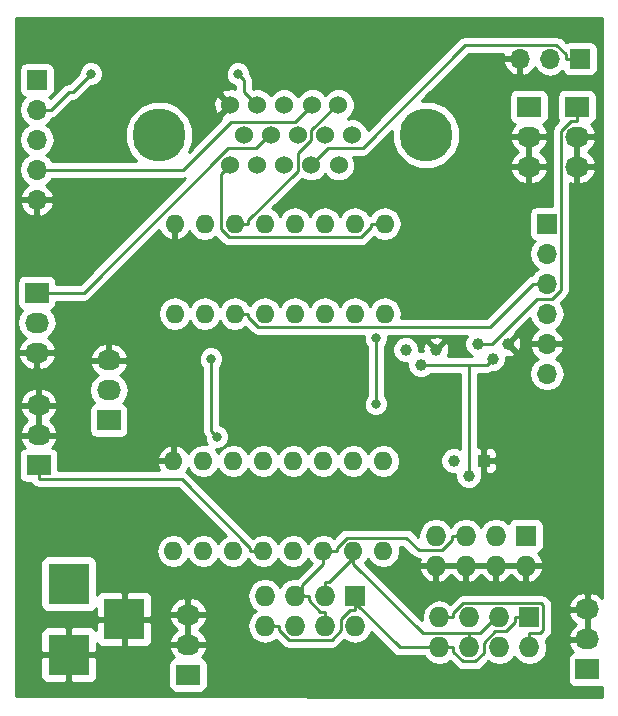
<source format=gbl>
G04 #@! TF.GenerationSoftware,KiCad,Pcbnew,(2017-09-22 revision df472e6)-master*
G04 #@! TF.CreationDate,2018-05-20T18:50:23-07:00*
G04 #@! TF.ProjectId,ody_adap,6F64795F616461702E6B696361645F70,rev?*
G04 #@! TF.SameCoordinates,Original*
G04 #@! TF.FileFunction,Copper,L2,Bot,Signal*
G04 #@! TF.FilePolarity,Positive*
%FSLAX46Y46*%
G04 Gerber Fmt 4.6, Leading zero omitted, Abs format (unit mm)*
G04 Created by KiCad (PCBNEW (2017-09-22 revision df472e6)-master) date Sun May 20 18:50:23 2018*
%MOMM*%
%LPD*%
G01*
G04 APERTURE LIST*
%ADD10C,4.500000*%
%ADD11C,1.524000*%
%ADD12R,3.500120X3.500120*%
%ADD13O,2.032000X1.727200*%
%ADD14R,2.032000X1.727200*%
%ADD15O,1.727200X1.727200*%
%ADD16R,1.727200X1.727200*%
%ADD17C,1.000760*%
%ADD18O,1.600000X1.600000*%
%ADD19C,1.000000*%
%ADD20R,1.000000X1.000000*%
%ADD21R,1.700000X1.700000*%
%ADD22O,1.700000X1.700000*%
%ADD23C,0.800000*%
%ADD24C,0.250000*%
%ADD25C,0.254000*%
G04 APERTURE END LIST*
D10*
X118787000Y-75795000D03*
X141422000Y-75795000D03*
D11*
X124812000Y-73255000D03*
X127102000Y-73255000D03*
X129392000Y-73255000D03*
X131772000Y-73255000D03*
X133972000Y-73255000D03*
X125957000Y-75795000D03*
X128247000Y-75795000D03*
X130537000Y-75795000D03*
X132827000Y-75795000D03*
X135117000Y-75795000D03*
X124812000Y-78335000D03*
X127102000Y-78335000D03*
X129392000Y-78335000D03*
X131682000Y-78335000D03*
X134002000Y-78325000D03*
D12*
X111150000Y-113799860D03*
X111150000Y-119799340D03*
X115849000Y-116799600D03*
D13*
X150114000Y-78486000D03*
X150114000Y-75946000D03*
D14*
X150114000Y-73406000D03*
X154178000Y-73406000D03*
D13*
X154178000Y-75946000D03*
X154178000Y-78486000D03*
D14*
X121250000Y-121500000D03*
D13*
X121250000Y-118960000D03*
X121250000Y-116420000D03*
X155050000Y-115970000D03*
X155050000Y-118510000D03*
D14*
X155050000Y-121050000D03*
D15*
X142530000Y-119190000D03*
X142530000Y-116650000D03*
X145070000Y-119190000D03*
X145070000Y-116650000D03*
X147610000Y-119190000D03*
X147610000Y-116650000D03*
X150150000Y-119190000D03*
D16*
X150150000Y-116650000D03*
X135382000Y-114808000D03*
D15*
X135382000Y-117348000D03*
X132842000Y-114808000D03*
X132842000Y-117348000D03*
X130302000Y-114808000D03*
X130302000Y-117348000D03*
X127762000Y-114808000D03*
X127762000Y-117348000D03*
D16*
X149860000Y-109728000D03*
D15*
X149860000Y-112268000D03*
X147320000Y-109728000D03*
X147320000Y-112268000D03*
X144780000Y-109728000D03*
X144780000Y-112268000D03*
X142240000Y-109728000D03*
X142240000Y-112268000D03*
D14*
X108450000Y-89150000D03*
D13*
X108450000Y-91690000D03*
X108450000Y-94230000D03*
D14*
X114550000Y-99950000D03*
D13*
X114550000Y-97410000D03*
X114550000Y-94870000D03*
X108600000Y-98670000D03*
X108600000Y-101210000D03*
D14*
X108600000Y-103750000D03*
D17*
X148336000Y-93472000D03*
X145796000Y-93472000D03*
X147066000Y-94742000D03*
X140970000Y-95250000D03*
X139700000Y-93980000D03*
X142240000Y-93980000D03*
D18*
X137900000Y-83300000D03*
X135360000Y-83300000D03*
X132820000Y-83300000D03*
X130280000Y-83300000D03*
X127740000Y-83300000D03*
X125200000Y-83300000D03*
X122660000Y-83300000D03*
X120120000Y-83300000D03*
X120120000Y-90920000D03*
X122660000Y-90920000D03*
X125200000Y-90920000D03*
X127740000Y-90920000D03*
X130280000Y-90920000D03*
X132820000Y-90920000D03*
X135360000Y-90920000D03*
X137900000Y-90920000D03*
X137800000Y-111020000D03*
X135260000Y-111020000D03*
X132720000Y-111020000D03*
X130180000Y-111020000D03*
X127640000Y-111020000D03*
X125100000Y-111020000D03*
X122560000Y-111020000D03*
X120020000Y-111020000D03*
X120020000Y-103400000D03*
X122560000Y-103400000D03*
X125100000Y-103400000D03*
X127640000Y-103400000D03*
X130180000Y-103400000D03*
X132720000Y-103400000D03*
X135260000Y-103400000D03*
X137800000Y-103400000D03*
D19*
X145034000Y-104648000D03*
X143764000Y-103378000D03*
D20*
X146304000Y-103378000D03*
D21*
X151638000Y-83312000D03*
D22*
X151638000Y-85852000D03*
X151638000Y-88392000D03*
X151638000Y-90932000D03*
X151638000Y-93472000D03*
X151638000Y-96012000D03*
D21*
X154432000Y-69342000D03*
D22*
X151892000Y-69342000D03*
X149352000Y-69342000D03*
D21*
X108458000Y-71120000D03*
D22*
X108458000Y-73660000D03*
X108458000Y-76200000D03*
X108458000Y-78740000D03*
X108458000Y-81280000D03*
D23*
X142050000Y-88650000D03*
X147250000Y-81800000D03*
X148500000Y-106150000D03*
X154900000Y-110200000D03*
X152100000Y-103950000D03*
X112100000Y-106550000D03*
X117500000Y-108350000D03*
X117650000Y-101300000D03*
X114500000Y-83250000D03*
X111400000Y-85600000D03*
X125476000Y-70612000D03*
X113030000Y-70612000D03*
X137160000Y-98552000D03*
X137160000Y-92964000D03*
X123698000Y-101346000D03*
X123190000Y-94742000D03*
D24*
X134053000Y-78375900D02*
X134002000Y-78325000D01*
X133134600Y-76882400D02*
X131682000Y-78335000D01*
X136029500Y-76882400D02*
X133134600Y-76882400D01*
X144746000Y-68165900D02*
X136029500Y-76882400D01*
X152447900Y-68165900D02*
X144746000Y-68165900D01*
X153256700Y-68974700D02*
X152447900Y-68165900D01*
X153256700Y-69342000D02*
X153256700Y-68974700D01*
X154432000Y-69342000D02*
X153256700Y-69342000D01*
X145034000Y-104648000D02*
X145034000Y-95250000D01*
X146558000Y-95250000D02*
X145034000Y-95250000D01*
X147066000Y-94742000D02*
X146558000Y-95250000D01*
X145034000Y-95250000D02*
X140970000Y-95250000D01*
X124028500Y-79118500D02*
X124812000Y-78335000D01*
X124028500Y-83776300D02*
X124028500Y-79118500D01*
X124718300Y-84466100D02*
X124028500Y-83776300D01*
X135889900Y-84466100D02*
X124718300Y-84466100D01*
X136774700Y-83581300D02*
X135889900Y-84466100D01*
X136774700Y-83300000D02*
X136774700Y-83581300D01*
X137900000Y-83300000D02*
X136774700Y-83300000D01*
X128078000Y-75795000D02*
X128104200Y-75795000D01*
X128104200Y-75795000D02*
X128247000Y-75795000D01*
X112419000Y-89150000D02*
X108450000Y-89150000D01*
X124639000Y-76930000D02*
X112419000Y-89150000D01*
X126969200Y-76930000D02*
X124639000Y-76930000D01*
X128104200Y-75795000D02*
X126969200Y-76930000D01*
X133795000Y-73255000D02*
X133829200Y-73255000D01*
X133829200Y-73255000D02*
X133972000Y-73255000D01*
X126325300Y-83026400D02*
X126325300Y-83300000D01*
X130537000Y-78814700D02*
X126325300Y-83026400D01*
X130537000Y-77359400D02*
X130537000Y-78814700D01*
X131682000Y-76214400D02*
X130537000Y-77359400D01*
X131682000Y-75402200D02*
X131682000Y-76214400D01*
X133829200Y-73255000D02*
X131682000Y-75402200D01*
X125200000Y-83300000D02*
X126325300Y-83300000D01*
X130319400Y-74707600D02*
X131772000Y-73255000D01*
X124897300Y-74707600D02*
X130319400Y-74707600D01*
X120864900Y-78740000D02*
X124897300Y-74707600D01*
X108458000Y-78740000D02*
X120864900Y-78740000D01*
X126003500Y-72156500D02*
X126003500Y-71139500D01*
X126003500Y-71139500D02*
X125476000Y-70612000D01*
X113030000Y-70612000D02*
X111485500Y-72156500D01*
X111485500Y-72156500D02*
X111136800Y-72156500D01*
X126003500Y-72156500D02*
X127102000Y-73255000D01*
X109633300Y-73660000D02*
X111136800Y-72156500D01*
X108458000Y-73660000D02*
X109633300Y-73660000D01*
X153657700Y-74594900D02*
X154178000Y-74594900D01*
X152826900Y-75425700D02*
X153657700Y-74594900D01*
X152826900Y-88887000D02*
X152826900Y-75425700D01*
X152051900Y-89662000D02*
X152826900Y-88887000D01*
X150782500Y-89662000D02*
X152051900Y-89662000D01*
X146972500Y-93472000D02*
X150782500Y-89662000D01*
X145796000Y-93472000D02*
X146972500Y-93472000D01*
X154178000Y-73406000D02*
X154178000Y-74594900D01*
X143718900Y-119561600D02*
X143718900Y-119190000D01*
X144536200Y-120378900D02*
X143718900Y-119561600D01*
X145579300Y-120378900D02*
X144536200Y-120378900D01*
X146340000Y-119618200D02*
X145579300Y-120378900D01*
X146340000Y-118777500D02*
X146340000Y-119618200D01*
X147278600Y-117838900D02*
X146340000Y-118777500D01*
X148143800Y-117838900D02*
X147278600Y-117838900D01*
X148961100Y-117021600D02*
X148143800Y-117838900D01*
X148961100Y-116650000D02*
X148961100Y-117021600D01*
X150150000Y-116650000D02*
X148961100Y-116650000D01*
X142530000Y-119190000D02*
X143718900Y-119190000D01*
X128950900Y-117719600D02*
X128950900Y-117348000D01*
X129768200Y-118536900D02*
X128950900Y-117719600D01*
X133406900Y-118536900D02*
X129768200Y-118536900D01*
X134193100Y-117750700D02*
X133406900Y-118536900D01*
X134193100Y-116814200D02*
X134193100Y-117750700D01*
X135010400Y-115996900D02*
X134193100Y-116814200D01*
X135382000Y-115996900D02*
X135010400Y-115996900D01*
X127762000Y-117348000D02*
X128950900Y-117348000D01*
X135382000Y-114808000D02*
X135382000Y-115396500D01*
X135382000Y-115396500D02*
X135382000Y-115996900D01*
X139175500Y-119190000D02*
X142530000Y-119190000D01*
X135382000Y-115396500D02*
X139175500Y-119190000D01*
X151041700Y-118001100D02*
X150150000Y-118001100D01*
X151338900Y-117703900D02*
X151041700Y-118001100D01*
X151338900Y-115597500D02*
X151338900Y-117703900D01*
X151172000Y-115430600D02*
X151338900Y-115597500D01*
X144566800Y-115430600D02*
X151172000Y-115430600D01*
X143718900Y-116278500D02*
X144566800Y-115430600D01*
X143718900Y-116650000D02*
X143718900Y-116278500D01*
X142530000Y-116650000D02*
X143718900Y-116650000D01*
X150150000Y-119190000D02*
X150150000Y-118001100D01*
X147610000Y-116650000D02*
X147610000Y-116355500D01*
X147610000Y-116355500D02*
X147610000Y-116061000D01*
X145964400Y-118001100D02*
X145070000Y-118001100D01*
X147610000Y-116355500D02*
X145964400Y-118001100D01*
X145070000Y-119190000D02*
X145070000Y-118113700D01*
X145070000Y-118113700D02*
X145070000Y-118001100D01*
X141115800Y-118001100D02*
X135260000Y-112145300D01*
X145070000Y-118001100D02*
X141115800Y-118001100D01*
X135260000Y-111020000D02*
X135260000Y-111582600D01*
X135260000Y-111582600D02*
X135260000Y-112145300D01*
X133223500Y-113619100D02*
X132842000Y-113619100D01*
X135260000Y-111582600D02*
X133223500Y-113619100D01*
X132842000Y-114808000D02*
X132842000Y-113619100D01*
X131490900Y-115179500D02*
X131490900Y-114808000D01*
X132470500Y-116159100D02*
X131490900Y-115179500D01*
X132842000Y-116159100D02*
X132470500Y-116159100D01*
X132842000Y-117348000D02*
X132842000Y-116159100D01*
X130302000Y-114808000D02*
X130942100Y-114808000D01*
X130942100Y-114808000D02*
X131490900Y-114808000D01*
X130942100Y-113923200D02*
X132720000Y-112145300D01*
X130942100Y-114808000D02*
X130942100Y-113923200D01*
X132720000Y-111020000D02*
X132720000Y-112145300D01*
X133845300Y-110738600D02*
X133845300Y-111020000D01*
X134689200Y-109894700D02*
X133845300Y-110738600D01*
X139724700Y-109894700D02*
X134689200Y-109894700D01*
X140773100Y-110943100D02*
X139724700Y-109894700D01*
X142747500Y-110943100D02*
X140773100Y-110943100D01*
X143591100Y-110099500D02*
X142747500Y-110943100D01*
X143591100Y-109728000D02*
X143591100Y-110099500D01*
X144780000Y-109728000D02*
X143591100Y-109728000D01*
X132720000Y-111020000D02*
X133845300Y-111020000D01*
X120714900Y-104938900D02*
X108600000Y-104938900D01*
X126514700Y-110738700D02*
X120714900Y-104938900D01*
X126514700Y-111020000D02*
X126514700Y-110738700D01*
X127640000Y-111020000D02*
X126514700Y-111020000D01*
X108600000Y-103750000D02*
X108600000Y-104938900D01*
X137160000Y-98552000D02*
X137160000Y-96774000D01*
X137160000Y-96774000D02*
X137160000Y-92964000D01*
X123698000Y-101346000D02*
X123190000Y-100838000D01*
X123190000Y-100838000D02*
X123190000Y-94742000D01*
X126325300Y-91201400D02*
X126325300Y-90920000D01*
X127169200Y-92045300D02*
X126325300Y-91201400D01*
X146809400Y-92045300D02*
X127169200Y-92045300D01*
X150462700Y-88392000D02*
X146809400Y-92045300D01*
X151638000Y-88392000D02*
X150462700Y-88392000D01*
X125200000Y-90920000D02*
X126325300Y-90920000D01*
D25*
G36*
X156290000Y-114969029D02*
X155964320Y-114678046D01*
X155411913Y-114484816D01*
X155177000Y-114629076D01*
X155177000Y-115843000D01*
X155197000Y-115843000D01*
X155197000Y-116097000D01*
X155177000Y-116097000D01*
X155177000Y-118383000D01*
X155197000Y-118383000D01*
X155197000Y-118637000D01*
X155177000Y-118637000D01*
X155177000Y-118657000D01*
X154923000Y-118657000D01*
X154923000Y-118637000D01*
X153563783Y-118637000D01*
X153442642Y-118869026D01*
X153445291Y-118884791D01*
X153699268Y-119412036D01*
X153876410Y-119570306D01*
X153786235Y-119588243D01*
X153576191Y-119728591D01*
X153435843Y-119938635D01*
X153386560Y-120186400D01*
X153386560Y-121913600D01*
X153435843Y-122161365D01*
X153576191Y-122371409D01*
X153786235Y-122511757D01*
X154034000Y-122561040D01*
X156066000Y-122561040D01*
X156290000Y-122516484D01*
X156290000Y-123422383D01*
X106710000Y-123323815D01*
X106710000Y-120085090D01*
X108764940Y-120085090D01*
X108764940Y-121675709D01*
X108861613Y-121909098D01*
X109040241Y-122087727D01*
X109273630Y-122184400D01*
X110864250Y-122184400D01*
X111023000Y-122025650D01*
X111023000Y-119926340D01*
X111277000Y-119926340D01*
X111277000Y-122025650D01*
X111435750Y-122184400D01*
X113026370Y-122184400D01*
X113259759Y-122087727D01*
X113438387Y-121909098D01*
X113535060Y-121675709D01*
X113535060Y-120636400D01*
X119586560Y-120636400D01*
X119586560Y-122363600D01*
X119635843Y-122611365D01*
X119776191Y-122821409D01*
X119986235Y-122961757D01*
X120234000Y-123011040D01*
X122266000Y-123011040D01*
X122513765Y-122961757D01*
X122723809Y-122821409D01*
X122864157Y-122611365D01*
X122913440Y-122363600D01*
X122913440Y-120636400D01*
X122864157Y-120388635D01*
X122723809Y-120178591D01*
X122513765Y-120038243D01*
X122423590Y-120020306D01*
X122600732Y-119862036D01*
X122854709Y-119334791D01*
X122857358Y-119319026D01*
X122736217Y-119087000D01*
X121377000Y-119087000D01*
X121377000Y-119107000D01*
X121123000Y-119107000D01*
X121123000Y-119087000D01*
X119763783Y-119087000D01*
X119642642Y-119319026D01*
X119645291Y-119334791D01*
X119899268Y-119862036D01*
X120076410Y-120020306D01*
X119986235Y-120038243D01*
X119776191Y-120178591D01*
X119635843Y-120388635D01*
X119586560Y-120636400D01*
X113535060Y-120636400D01*
X113535060Y-120085090D01*
X113376310Y-119926340D01*
X111277000Y-119926340D01*
X111023000Y-119926340D01*
X108923690Y-119926340D01*
X108764940Y-120085090D01*
X106710000Y-120085090D01*
X106710000Y-117922971D01*
X108764940Y-117922971D01*
X108764940Y-119513590D01*
X108923690Y-119672340D01*
X111023000Y-119672340D01*
X111023000Y-117573030D01*
X111277000Y-117573030D01*
X111277000Y-119672340D01*
X113376310Y-119672340D01*
X113535060Y-119513590D01*
X113535060Y-118847668D01*
X113560613Y-118909358D01*
X113739241Y-119087987D01*
X113972630Y-119184660D01*
X115563250Y-119184660D01*
X115722000Y-119025910D01*
X115722000Y-116926600D01*
X115976000Y-116926600D01*
X115976000Y-119025910D01*
X116134750Y-119184660D01*
X117725370Y-119184660D01*
X117958759Y-119087987D01*
X118137387Y-118909358D01*
X118234060Y-118675969D01*
X118234060Y-117085350D01*
X118075310Y-116926600D01*
X115976000Y-116926600D01*
X115722000Y-116926600D01*
X113622690Y-116926600D01*
X113463940Y-117085350D01*
X113463940Y-117751272D01*
X113438387Y-117689582D01*
X113259759Y-117510953D01*
X113026370Y-117414280D01*
X111435750Y-117414280D01*
X111277000Y-117573030D01*
X111023000Y-117573030D01*
X110864250Y-117414280D01*
X109273630Y-117414280D01*
X109040241Y-117510953D01*
X108861613Y-117689582D01*
X108764940Y-117922971D01*
X106710000Y-117922971D01*
X106710000Y-116779026D01*
X119642642Y-116779026D01*
X119645291Y-116794791D01*
X119899268Y-117322036D01*
X120311108Y-117690000D01*
X119899268Y-118057964D01*
X119645291Y-118585209D01*
X119642642Y-118600974D01*
X119763783Y-118833000D01*
X121123000Y-118833000D01*
X121123000Y-116547000D01*
X121377000Y-116547000D01*
X121377000Y-118833000D01*
X122736217Y-118833000D01*
X122857358Y-118600974D01*
X122854709Y-118585209D01*
X122600732Y-118057964D01*
X122188892Y-117690000D01*
X122600732Y-117322036D01*
X122854709Y-116794791D01*
X122857358Y-116779026D01*
X122736217Y-116547000D01*
X121377000Y-116547000D01*
X121123000Y-116547000D01*
X119763783Y-116547000D01*
X119642642Y-116779026D01*
X106710000Y-116779026D01*
X106710000Y-112049800D01*
X108752500Y-112049800D01*
X108752500Y-115549920D01*
X108801783Y-115797685D01*
X108942131Y-116007729D01*
X109152175Y-116148077D01*
X109399940Y-116197360D01*
X112900060Y-116197360D01*
X113147825Y-116148077D01*
X113357869Y-116007729D01*
X113463940Y-115848984D01*
X113463940Y-116513850D01*
X113622690Y-116672600D01*
X115722000Y-116672600D01*
X115722000Y-114573290D01*
X115976000Y-114573290D01*
X115976000Y-116672600D01*
X118075310Y-116672600D01*
X118234060Y-116513850D01*
X118234060Y-116060974D01*
X119642642Y-116060974D01*
X119763783Y-116293000D01*
X121123000Y-116293000D01*
X121123000Y-115079076D01*
X121377000Y-115079076D01*
X121377000Y-116293000D01*
X122736217Y-116293000D01*
X122857358Y-116060974D01*
X122854709Y-116045209D01*
X122600732Y-115517964D01*
X122164320Y-115128046D01*
X121611913Y-114934816D01*
X121377000Y-115079076D01*
X121123000Y-115079076D01*
X120888087Y-114934816D01*
X120335680Y-115128046D01*
X119899268Y-115517964D01*
X119645291Y-116045209D01*
X119642642Y-116060974D01*
X118234060Y-116060974D01*
X118234060Y-114923231D01*
X118137387Y-114689842D01*
X117958759Y-114511213D01*
X117725370Y-114414540D01*
X116134750Y-114414540D01*
X115976000Y-114573290D01*
X115722000Y-114573290D01*
X115563250Y-114414540D01*
X113972630Y-114414540D01*
X113739241Y-114511213D01*
X113560613Y-114689842D01*
X113547500Y-114721500D01*
X113547500Y-112049800D01*
X113498217Y-111802035D01*
X113357869Y-111591991D01*
X113147825Y-111451643D01*
X112900060Y-111402360D01*
X109399940Y-111402360D01*
X109152175Y-111451643D01*
X108942131Y-111591991D01*
X108801783Y-111802035D01*
X108752500Y-112049800D01*
X106710000Y-112049800D01*
X106710000Y-102886400D01*
X106936560Y-102886400D01*
X106936560Y-104613600D01*
X106985843Y-104861365D01*
X107126191Y-105071409D01*
X107336235Y-105211757D01*
X107584000Y-105261040D01*
X107918767Y-105261040D01*
X108062599Y-105476301D01*
X108309161Y-105641048D01*
X108600000Y-105698900D01*
X120400098Y-105698900D01*
X124440830Y-109739632D01*
X124085302Y-109977189D01*
X123830000Y-110359275D01*
X123574698Y-109977189D01*
X123109151Y-109666120D01*
X122560000Y-109556887D01*
X122010849Y-109666120D01*
X121545302Y-109977189D01*
X121290000Y-110359275D01*
X121034698Y-109977189D01*
X120569151Y-109666120D01*
X120020000Y-109556887D01*
X119470849Y-109666120D01*
X119005302Y-109977189D01*
X118694233Y-110442736D01*
X118585000Y-110991887D01*
X118585000Y-111048113D01*
X118694233Y-111597264D01*
X119005302Y-112062811D01*
X119470849Y-112373880D01*
X120020000Y-112483113D01*
X120569151Y-112373880D01*
X121034698Y-112062811D01*
X121290000Y-111680725D01*
X121545302Y-112062811D01*
X122010849Y-112373880D01*
X122560000Y-112483113D01*
X123109151Y-112373880D01*
X123574698Y-112062811D01*
X123830000Y-111680725D01*
X124085302Y-112062811D01*
X124550849Y-112373880D01*
X125100000Y-112483113D01*
X125649151Y-112373880D01*
X126114698Y-112062811D01*
X126328424Y-111742947D01*
X126424321Y-111762022D01*
X126625302Y-112062811D01*
X127090849Y-112373880D01*
X127640000Y-112483113D01*
X128189151Y-112373880D01*
X128654698Y-112062811D01*
X128910000Y-111680725D01*
X129165302Y-112062811D01*
X129630849Y-112373880D01*
X130180000Y-112483113D01*
X130729151Y-112373880D01*
X131194698Y-112062811D01*
X131450000Y-111680725D01*
X131705302Y-112062811D01*
X131718721Y-112071777D01*
X130475872Y-113314626D01*
X130302000Y-113280041D01*
X129728511Y-113394115D01*
X129242330Y-113718971D01*
X129032000Y-114033752D01*
X128821670Y-113718971D01*
X128335489Y-113394115D01*
X127762000Y-113280041D01*
X127188511Y-113394115D01*
X126702330Y-113718971D01*
X126377474Y-114205152D01*
X126263400Y-114778641D01*
X126263400Y-114837359D01*
X126377474Y-115410848D01*
X126702330Y-115897029D01*
X126973172Y-116078000D01*
X126702330Y-116258971D01*
X126377474Y-116745152D01*
X126263400Y-117318641D01*
X126263400Y-117377359D01*
X126377474Y-117950848D01*
X126702330Y-118437029D01*
X127188511Y-118761885D01*
X127762000Y-118875959D01*
X128335489Y-118761885D01*
X128684908Y-118528410D01*
X129230799Y-119074301D01*
X129477361Y-119239048D01*
X129768200Y-119296900D01*
X133406900Y-119296900D01*
X133697739Y-119239048D01*
X133944301Y-119074301D01*
X134477735Y-118540867D01*
X134808511Y-118761885D01*
X135382000Y-118875959D01*
X135955489Y-118761885D01*
X136441670Y-118437029D01*
X136766526Y-117950848D01*
X136782291Y-117871593D01*
X138638099Y-119727401D01*
X138884661Y-119892148D01*
X139175500Y-119950000D01*
X141250480Y-119950000D01*
X141470330Y-120279029D01*
X141956511Y-120603885D01*
X142530000Y-120717959D01*
X143103489Y-120603885D01*
X143452908Y-120370410D01*
X143998799Y-120916301D01*
X144245361Y-121081048D01*
X144536200Y-121138900D01*
X145579300Y-121138900D01*
X145870139Y-121081048D01*
X146116701Y-120916301D01*
X146672405Y-120360597D01*
X147036511Y-120603885D01*
X147610000Y-120717959D01*
X148183489Y-120603885D01*
X148669670Y-120279029D01*
X148880000Y-119964248D01*
X149090330Y-120279029D01*
X149576511Y-120603885D01*
X150150000Y-120717959D01*
X150723489Y-120603885D01*
X151209670Y-120279029D01*
X151534526Y-119792848D01*
X151648600Y-119219359D01*
X151648600Y-119160641D01*
X151534526Y-118587152D01*
X151525811Y-118574108D01*
X151579101Y-118538501D01*
X151876301Y-118241301D01*
X152041048Y-117994740D01*
X152098900Y-117703900D01*
X152098900Y-116329026D01*
X153442642Y-116329026D01*
X153445291Y-116344791D01*
X153699268Y-116872036D01*
X154111108Y-117240000D01*
X153699268Y-117607964D01*
X153445291Y-118135209D01*
X153442642Y-118150974D01*
X153563783Y-118383000D01*
X154923000Y-118383000D01*
X154923000Y-116097000D01*
X153563783Y-116097000D01*
X153442642Y-116329026D01*
X152098900Y-116329026D01*
X152098900Y-115610974D01*
X153442642Y-115610974D01*
X153563783Y-115843000D01*
X154923000Y-115843000D01*
X154923000Y-114629076D01*
X154688087Y-114484816D01*
X154135680Y-114678046D01*
X153699268Y-115067964D01*
X153445291Y-115595209D01*
X153442642Y-115610974D01*
X152098900Y-115610974D01*
X152098900Y-115597500D01*
X152083079Y-115517964D01*
X152041048Y-115306660D01*
X151876301Y-115060099D01*
X151709401Y-114893199D01*
X151462839Y-114728452D01*
X151172000Y-114670600D01*
X144566800Y-114670600D01*
X144275961Y-114728452D01*
X144029399Y-114893199D01*
X143452968Y-115469630D01*
X143103489Y-115236115D01*
X142530000Y-115122041D01*
X141956511Y-115236115D01*
X141470330Y-115560971D01*
X141145474Y-116047152D01*
X141031400Y-116620641D01*
X141031400Y-116679359D01*
X141071759Y-116882257D01*
X136816529Y-112627027D01*
X140785032Y-112627027D01*
X141033179Y-113156490D01*
X141465053Y-113550688D01*
X141880974Y-113722958D01*
X142113000Y-113601817D01*
X142113000Y-112395000D01*
X142367000Y-112395000D01*
X142367000Y-113601817D01*
X142599026Y-113722958D01*
X143014947Y-113550688D01*
X143446821Y-113156490D01*
X143510000Y-113021687D01*
X143573179Y-113156490D01*
X144005053Y-113550688D01*
X144420974Y-113722958D01*
X144653000Y-113601817D01*
X144653000Y-112395000D01*
X144907000Y-112395000D01*
X144907000Y-113601817D01*
X145139026Y-113722958D01*
X145554947Y-113550688D01*
X145986821Y-113156490D01*
X146050000Y-113021687D01*
X146113179Y-113156490D01*
X146545053Y-113550688D01*
X146960974Y-113722958D01*
X147193000Y-113601817D01*
X147193000Y-112395000D01*
X147447000Y-112395000D01*
X147447000Y-113601817D01*
X147679026Y-113722958D01*
X148094947Y-113550688D01*
X148526821Y-113156490D01*
X148590000Y-113021687D01*
X148653179Y-113156490D01*
X149085053Y-113550688D01*
X149500974Y-113722958D01*
X149733000Y-113601817D01*
X149733000Y-112395000D01*
X149987000Y-112395000D01*
X149987000Y-113601817D01*
X150219026Y-113722958D01*
X150634947Y-113550688D01*
X151066821Y-113156490D01*
X151314968Y-112627027D01*
X151194469Y-112395000D01*
X149987000Y-112395000D01*
X149733000Y-112395000D01*
X147447000Y-112395000D01*
X147193000Y-112395000D01*
X144907000Y-112395000D01*
X144653000Y-112395000D01*
X142367000Y-112395000D01*
X142113000Y-112395000D01*
X140905531Y-112395000D01*
X140785032Y-112627027D01*
X136816529Y-112627027D01*
X136261279Y-112071777D01*
X136274698Y-112062811D01*
X136530000Y-111680725D01*
X136785302Y-112062811D01*
X137250849Y-112373880D01*
X137800000Y-112483113D01*
X138349151Y-112373880D01*
X138814698Y-112062811D01*
X139125767Y-111597264D01*
X139235000Y-111048113D01*
X139235000Y-110991887D01*
X139167929Y-110654700D01*
X139409898Y-110654700D01*
X140235698Y-111480501D01*
X140350788Y-111557401D01*
X140482261Y-111645248D01*
X140773100Y-111703100D01*
X140881520Y-111703100D01*
X140785032Y-111908973D01*
X140905531Y-112141000D01*
X142113000Y-112141000D01*
X142113000Y-112121000D01*
X142367000Y-112121000D01*
X142367000Y-112141000D01*
X144653000Y-112141000D01*
X144653000Y-112121000D01*
X144907000Y-112121000D01*
X144907000Y-112141000D01*
X147193000Y-112141000D01*
X147193000Y-112121000D01*
X147447000Y-112121000D01*
X147447000Y-112141000D01*
X149733000Y-112141000D01*
X149733000Y-112121000D01*
X149987000Y-112121000D01*
X149987000Y-112141000D01*
X151194469Y-112141000D01*
X151314968Y-111908973D01*
X151066821Y-111379510D01*
X150879050Y-111208119D01*
X150971365Y-111189757D01*
X151181409Y-111049409D01*
X151321757Y-110839365D01*
X151371040Y-110591600D01*
X151371040Y-108864400D01*
X151321757Y-108616635D01*
X151181409Y-108406591D01*
X150971365Y-108266243D01*
X150723600Y-108216960D01*
X148996400Y-108216960D01*
X148748635Y-108266243D01*
X148538591Y-108406591D01*
X148398243Y-108616635D01*
X148390559Y-108655267D01*
X148379670Y-108638971D01*
X147893489Y-108314115D01*
X147320000Y-108200041D01*
X146746511Y-108314115D01*
X146260330Y-108638971D01*
X146050000Y-108953752D01*
X145839670Y-108638971D01*
X145353489Y-108314115D01*
X144780000Y-108200041D01*
X144206511Y-108314115D01*
X143720330Y-108638971D01*
X143510000Y-108953752D01*
X143299670Y-108638971D01*
X142813489Y-108314115D01*
X142240000Y-108200041D01*
X141666511Y-108314115D01*
X141180330Y-108638971D01*
X140855474Y-109125152D01*
X140741400Y-109698641D01*
X140741400Y-109757359D01*
X140761075Y-109856273D01*
X140262101Y-109357299D01*
X140015539Y-109192552D01*
X139724700Y-109134700D01*
X134689200Y-109134700D01*
X134398361Y-109192552D01*
X134151799Y-109357299D01*
X133613135Y-109895963D01*
X133269151Y-109666120D01*
X132720000Y-109556887D01*
X132170849Y-109666120D01*
X131705302Y-109977189D01*
X131450000Y-110359275D01*
X131194698Y-109977189D01*
X130729151Y-109666120D01*
X130180000Y-109556887D01*
X129630849Y-109666120D01*
X129165302Y-109977189D01*
X128910000Y-110359275D01*
X128654698Y-109977189D01*
X128189151Y-109666120D01*
X127640000Y-109556887D01*
X127090849Y-109666120D01*
X126746805Y-109896003D01*
X121252301Y-104401499D01*
X121113325Y-104308639D01*
X121172389Y-104255134D01*
X121275014Y-104038297D01*
X121545302Y-104442811D01*
X122010849Y-104753880D01*
X122560000Y-104863113D01*
X123109151Y-104753880D01*
X123574698Y-104442811D01*
X123830000Y-104060725D01*
X124085302Y-104442811D01*
X124550849Y-104753880D01*
X125100000Y-104863113D01*
X125649151Y-104753880D01*
X126114698Y-104442811D01*
X126370000Y-104060725D01*
X126625302Y-104442811D01*
X127090849Y-104753880D01*
X127640000Y-104863113D01*
X128189151Y-104753880D01*
X128654698Y-104442811D01*
X128910000Y-104060725D01*
X129165302Y-104442811D01*
X129630849Y-104753880D01*
X130180000Y-104863113D01*
X130729151Y-104753880D01*
X131194698Y-104442811D01*
X131450000Y-104060725D01*
X131705302Y-104442811D01*
X132170849Y-104753880D01*
X132720000Y-104863113D01*
X133269151Y-104753880D01*
X133734698Y-104442811D01*
X133990000Y-104060725D01*
X134245302Y-104442811D01*
X134710849Y-104753880D01*
X135260000Y-104863113D01*
X135809151Y-104753880D01*
X136274698Y-104442811D01*
X136530000Y-104060725D01*
X136785302Y-104442811D01*
X137250849Y-104753880D01*
X137800000Y-104863113D01*
X138349151Y-104753880D01*
X138814698Y-104442811D01*
X139125767Y-103977264D01*
X139235000Y-103428113D01*
X139235000Y-103371887D01*
X139125767Y-102822736D01*
X138814698Y-102357189D01*
X138349151Y-102046120D01*
X137800000Y-101936887D01*
X137250849Y-102046120D01*
X136785302Y-102357189D01*
X136530000Y-102739275D01*
X136274698Y-102357189D01*
X135809151Y-102046120D01*
X135260000Y-101936887D01*
X134710849Y-102046120D01*
X134245302Y-102357189D01*
X133990000Y-102739275D01*
X133734698Y-102357189D01*
X133269151Y-102046120D01*
X132720000Y-101936887D01*
X132170849Y-102046120D01*
X131705302Y-102357189D01*
X131450000Y-102739275D01*
X131194698Y-102357189D01*
X130729151Y-102046120D01*
X130180000Y-101936887D01*
X129630849Y-102046120D01*
X129165302Y-102357189D01*
X128910000Y-102739275D01*
X128654698Y-102357189D01*
X128189151Y-102046120D01*
X127640000Y-101936887D01*
X127090849Y-102046120D01*
X126625302Y-102357189D01*
X126370000Y-102739275D01*
X126114698Y-102357189D01*
X125649151Y-102046120D01*
X125100000Y-101936887D01*
X124550849Y-102046120D01*
X124085302Y-102357189D01*
X123830000Y-102739275D01*
X123590546Y-102380907D01*
X123902971Y-102381179D01*
X124283515Y-102223942D01*
X124574919Y-101933046D01*
X124732820Y-101552777D01*
X124733179Y-101141029D01*
X124575942Y-100760485D01*
X124285046Y-100469081D01*
X123950000Y-100329958D01*
X123950000Y-95445761D01*
X124066919Y-95329046D01*
X124224820Y-94948777D01*
X124225179Y-94537029D01*
X124067942Y-94156485D01*
X123777046Y-93865081D01*
X123396777Y-93707180D01*
X122985029Y-93706821D01*
X122604485Y-93864058D01*
X122313081Y-94154954D01*
X122155180Y-94535223D01*
X122154821Y-94946971D01*
X122312058Y-95327515D01*
X122430000Y-95445663D01*
X122430000Y-100838000D01*
X122487852Y-101128839D01*
X122652599Y-101375401D01*
X122662965Y-101385767D01*
X122662821Y-101550971D01*
X122820058Y-101931515D01*
X122891182Y-102002763D01*
X122560000Y-101936887D01*
X122010849Y-102046120D01*
X121545302Y-102357189D01*
X121275014Y-102761703D01*
X121172389Y-102544866D01*
X120757423Y-102168959D01*
X120369039Y-102008096D01*
X120147000Y-102130085D01*
X120147000Y-103273000D01*
X120167000Y-103273000D01*
X120167000Y-103527000D01*
X120147000Y-103527000D01*
X120147000Y-103547000D01*
X119893000Y-103547000D01*
X119893000Y-103527000D01*
X118749371Y-103527000D01*
X118628086Y-103749041D01*
X118831531Y-104178900D01*
X110263440Y-104178900D01*
X110263440Y-103050959D01*
X118628086Y-103050959D01*
X118749371Y-103273000D01*
X119893000Y-103273000D01*
X119893000Y-102130085D01*
X119670961Y-102008096D01*
X119282577Y-102168959D01*
X118867611Y-102544866D01*
X118628086Y-103050959D01*
X110263440Y-103050959D01*
X110263440Y-102886400D01*
X110214157Y-102638635D01*
X110073809Y-102428591D01*
X109863765Y-102288243D01*
X109773590Y-102270306D01*
X109950732Y-102112036D01*
X110204709Y-101584791D01*
X110207358Y-101569026D01*
X110086217Y-101337000D01*
X108727000Y-101337000D01*
X108727000Y-101357000D01*
X108473000Y-101357000D01*
X108473000Y-101337000D01*
X107113783Y-101337000D01*
X106992642Y-101569026D01*
X106995291Y-101584791D01*
X107249268Y-102112036D01*
X107426410Y-102270306D01*
X107336235Y-102288243D01*
X107126191Y-102428591D01*
X106985843Y-102638635D01*
X106936560Y-102886400D01*
X106710000Y-102886400D01*
X106710000Y-99029026D01*
X106992642Y-99029026D01*
X106995291Y-99044791D01*
X107249268Y-99572036D01*
X107661108Y-99940000D01*
X107249268Y-100307964D01*
X106995291Y-100835209D01*
X106992642Y-100850974D01*
X107113783Y-101083000D01*
X108473000Y-101083000D01*
X108473000Y-98797000D01*
X108727000Y-98797000D01*
X108727000Y-101083000D01*
X110086217Y-101083000D01*
X110207358Y-100850974D01*
X110204709Y-100835209D01*
X109950732Y-100307964D01*
X109538892Y-99940000D01*
X109950732Y-99572036D01*
X110204709Y-99044791D01*
X110207358Y-99029026D01*
X110086217Y-98797000D01*
X108727000Y-98797000D01*
X108473000Y-98797000D01*
X107113783Y-98797000D01*
X106992642Y-99029026D01*
X106710000Y-99029026D01*
X106710000Y-98310974D01*
X106992642Y-98310974D01*
X107113783Y-98543000D01*
X108473000Y-98543000D01*
X108473000Y-97329076D01*
X108727000Y-97329076D01*
X108727000Y-98543000D01*
X110086217Y-98543000D01*
X110207358Y-98310974D01*
X110204709Y-98295209D01*
X109950732Y-97767964D01*
X109550085Y-97410000D01*
X112866655Y-97410000D01*
X112980729Y-97983489D01*
X113305585Y-98469670D01*
X113322566Y-98481016D01*
X113286235Y-98488243D01*
X113076191Y-98628591D01*
X112935843Y-98838635D01*
X112886560Y-99086400D01*
X112886560Y-100813600D01*
X112935843Y-101061365D01*
X113076191Y-101271409D01*
X113286235Y-101411757D01*
X113534000Y-101461040D01*
X115566000Y-101461040D01*
X115813765Y-101411757D01*
X116023809Y-101271409D01*
X116164157Y-101061365D01*
X116213440Y-100813600D01*
X116213440Y-99086400D01*
X116164157Y-98838635D01*
X116023809Y-98628591D01*
X115813765Y-98488243D01*
X115777434Y-98481016D01*
X115794415Y-98469670D01*
X116119271Y-97983489D01*
X116233345Y-97410000D01*
X116119271Y-96836511D01*
X115794415Y-96350330D01*
X115484931Y-96143539D01*
X115900732Y-95772036D01*
X116154709Y-95244791D01*
X116157358Y-95229026D01*
X116036217Y-94997000D01*
X114677000Y-94997000D01*
X114677000Y-95017000D01*
X114423000Y-95017000D01*
X114423000Y-94997000D01*
X113063783Y-94997000D01*
X112942642Y-95229026D01*
X112945291Y-95244791D01*
X113199268Y-95772036D01*
X113615069Y-96143539D01*
X113305585Y-96350330D01*
X112980729Y-96836511D01*
X112866655Y-97410000D01*
X109550085Y-97410000D01*
X109514320Y-97378046D01*
X108961913Y-97184816D01*
X108727000Y-97329076D01*
X108473000Y-97329076D01*
X108238087Y-97184816D01*
X107685680Y-97378046D01*
X107249268Y-97767964D01*
X106995291Y-98295209D01*
X106992642Y-98310974D01*
X106710000Y-98310974D01*
X106710000Y-94589026D01*
X106842642Y-94589026D01*
X106845291Y-94604791D01*
X107099268Y-95132036D01*
X107535680Y-95521954D01*
X108088087Y-95715184D01*
X108323000Y-95570924D01*
X108323000Y-94357000D01*
X108577000Y-94357000D01*
X108577000Y-95570924D01*
X108811913Y-95715184D01*
X109364320Y-95521954D01*
X109800732Y-95132036D01*
X110054709Y-94604791D01*
X110057358Y-94589026D01*
X110016607Y-94510974D01*
X112942642Y-94510974D01*
X113063783Y-94743000D01*
X114423000Y-94743000D01*
X114423000Y-93529076D01*
X114677000Y-93529076D01*
X114677000Y-94743000D01*
X116036217Y-94743000D01*
X116157358Y-94510974D01*
X116154709Y-94495209D01*
X115900732Y-93967964D01*
X115464320Y-93578046D01*
X114911913Y-93384816D01*
X114677000Y-93529076D01*
X114423000Y-93529076D01*
X114188087Y-93384816D01*
X113635680Y-93578046D01*
X113199268Y-93967964D01*
X112945291Y-94495209D01*
X112942642Y-94510974D01*
X110016607Y-94510974D01*
X109936217Y-94357000D01*
X108577000Y-94357000D01*
X108323000Y-94357000D01*
X106963783Y-94357000D01*
X106842642Y-94589026D01*
X106710000Y-94589026D01*
X106710000Y-91690000D01*
X106766655Y-91690000D01*
X106880729Y-92263489D01*
X107205585Y-92749670D01*
X107515069Y-92956461D01*
X107099268Y-93327964D01*
X106845291Y-93855209D01*
X106842642Y-93870974D01*
X106963783Y-94103000D01*
X108323000Y-94103000D01*
X108323000Y-94083000D01*
X108577000Y-94083000D01*
X108577000Y-94103000D01*
X109936217Y-94103000D01*
X110057358Y-93870974D01*
X110054709Y-93855209D01*
X109800732Y-93327964D01*
X109384931Y-92956461D01*
X109694415Y-92749670D01*
X110019271Y-92263489D01*
X110133345Y-91690000D01*
X110019271Y-91116511D01*
X109869182Y-90891887D01*
X118685000Y-90891887D01*
X118685000Y-90948113D01*
X118794233Y-91497264D01*
X119105302Y-91962811D01*
X119570849Y-92273880D01*
X120120000Y-92383113D01*
X120669151Y-92273880D01*
X121134698Y-91962811D01*
X121390000Y-91580725D01*
X121645302Y-91962811D01*
X122110849Y-92273880D01*
X122660000Y-92383113D01*
X123209151Y-92273880D01*
X123674698Y-91962811D01*
X123930000Y-91580725D01*
X124185302Y-91962811D01*
X124650849Y-92273880D01*
X125200000Y-92383113D01*
X125749151Y-92273880D01*
X126093135Y-92044037D01*
X126631799Y-92582701D01*
X126878361Y-92747448D01*
X127169200Y-92805300D01*
X136125138Y-92805300D01*
X136124821Y-93168971D01*
X136282058Y-93549515D01*
X136400000Y-93667663D01*
X136400000Y-97848239D01*
X136283081Y-97964954D01*
X136125180Y-98345223D01*
X136124821Y-98756971D01*
X136282058Y-99137515D01*
X136572954Y-99428919D01*
X136953223Y-99586820D01*
X137364971Y-99587179D01*
X137745515Y-99429942D01*
X138036919Y-99139046D01*
X138194820Y-98758777D01*
X138195179Y-98347029D01*
X138037942Y-97966485D01*
X137920000Y-97848337D01*
X137920000Y-93667761D01*
X138036919Y-93551046D01*
X138194820Y-93170777D01*
X138195139Y-92805300D01*
X144856792Y-92805300D01*
X144834033Y-92828019D01*
X144660818Y-93245168D01*
X144660424Y-93696850D01*
X144832911Y-94114301D01*
X145152019Y-94433967D01*
X145286962Y-94490000D01*
X143266747Y-94490000D01*
X143388491Y-94125120D01*
X143356602Y-93674565D01*
X143245532Y-93406418D01*
X143030381Y-93369224D01*
X142419605Y-93980000D01*
X142433748Y-93994143D01*
X142254143Y-94173748D01*
X142240000Y-94159605D01*
X142225858Y-94173748D01*
X142046253Y-93994143D01*
X142060395Y-93980000D01*
X141449619Y-93369224D01*
X141234468Y-93406418D01*
X141091509Y-93834880D01*
X141111317Y-94114743D01*
X140835263Y-94114503D01*
X140835576Y-93755150D01*
X140663089Y-93337699D01*
X140515268Y-93189619D01*
X141629224Y-93189619D01*
X142240000Y-93800395D01*
X142850776Y-93189619D01*
X142813582Y-92974468D01*
X142385120Y-92831509D01*
X141934565Y-92863398D01*
X141666418Y-92974468D01*
X141629224Y-93189619D01*
X140515268Y-93189619D01*
X140343981Y-93018033D01*
X139926832Y-92844818D01*
X139475150Y-92844424D01*
X139057699Y-93016911D01*
X138738033Y-93336019D01*
X138564818Y-93753168D01*
X138564424Y-94204850D01*
X138736911Y-94622301D01*
X139056019Y-94941967D01*
X139473168Y-95115182D01*
X139834737Y-95115497D01*
X139834424Y-95474850D01*
X140006911Y-95892301D01*
X140326019Y-96211967D01*
X140743168Y-96385182D01*
X141194850Y-96385576D01*
X141612301Y-96213089D01*
X141815745Y-96010000D01*
X144274000Y-96010000D01*
X144274000Y-102360811D01*
X143990756Y-102243197D01*
X143539225Y-102242803D01*
X143121914Y-102415233D01*
X142802355Y-102734235D01*
X142629197Y-103151244D01*
X142628803Y-103602775D01*
X142801233Y-104020086D01*
X143120235Y-104339645D01*
X143537244Y-104512803D01*
X143899117Y-104513119D01*
X143898803Y-104872775D01*
X144071233Y-105290086D01*
X144390235Y-105609645D01*
X144807244Y-105782803D01*
X145258775Y-105783197D01*
X145676086Y-105610767D01*
X145995645Y-105291765D01*
X146168803Y-104874756D01*
X146169197Y-104423225D01*
X146151311Y-104379939D01*
X146177000Y-104354250D01*
X146177000Y-103505000D01*
X146431000Y-103505000D01*
X146431000Y-104354250D01*
X146589750Y-104513000D01*
X146930310Y-104513000D01*
X147163699Y-104416327D01*
X147342327Y-104237698D01*
X147439000Y-104004309D01*
X147439000Y-103663750D01*
X147280250Y-103505000D01*
X146431000Y-103505000D01*
X146177000Y-103505000D01*
X146157000Y-103505000D01*
X146157000Y-103251000D01*
X146177000Y-103251000D01*
X146177000Y-102401750D01*
X146431000Y-102401750D01*
X146431000Y-103251000D01*
X147280250Y-103251000D01*
X147439000Y-103092250D01*
X147439000Y-102751691D01*
X147342327Y-102518302D01*
X147163699Y-102339673D01*
X146930310Y-102243000D01*
X146589750Y-102243000D01*
X146431000Y-102401750D01*
X146177000Y-102401750D01*
X146018250Y-102243000D01*
X145794000Y-102243000D01*
X145794000Y-96012000D01*
X150123907Y-96012000D01*
X150236946Y-96580285D01*
X150558853Y-97062054D01*
X151040622Y-97383961D01*
X151608907Y-97497000D01*
X151667093Y-97497000D01*
X152235378Y-97383961D01*
X152717147Y-97062054D01*
X153039054Y-96580285D01*
X153152093Y-96012000D01*
X153039054Y-95443715D01*
X152717147Y-94961946D01*
X152376447Y-94734298D01*
X152519358Y-94667183D01*
X152909645Y-94238924D01*
X153079476Y-93828890D01*
X152958155Y-93599000D01*
X151765000Y-93599000D01*
X151765000Y-93619000D01*
X151511000Y-93619000D01*
X151511000Y-93599000D01*
X150317845Y-93599000D01*
X150196524Y-93828890D01*
X150366355Y-94238924D01*
X150756642Y-94667183D01*
X150899553Y-94734298D01*
X150558853Y-94961946D01*
X150236946Y-95443715D01*
X150123907Y-96012000D01*
X145794000Y-96012000D01*
X145794000Y-96010000D01*
X146558000Y-96010000D01*
X146848839Y-95952148D01*
X146960875Y-95877288D01*
X147290850Y-95877576D01*
X147708301Y-95705089D01*
X148027967Y-95385981D01*
X148201182Y-94968832D01*
X148201487Y-94619740D01*
X148641435Y-94588602D01*
X148909582Y-94477532D01*
X148946776Y-94262381D01*
X148336000Y-93651605D01*
X148321858Y-93665748D01*
X148142253Y-93486143D01*
X148156395Y-93472000D01*
X148515605Y-93472000D01*
X149126381Y-94082776D01*
X149341532Y-94045582D01*
X149484491Y-93617120D01*
X149452602Y-93166565D01*
X149341532Y-92898418D01*
X149126381Y-92861224D01*
X148515605Y-93472000D01*
X148156395Y-93472000D01*
X148142253Y-93457858D01*
X148321858Y-93278253D01*
X148336000Y-93292395D01*
X148946776Y-92681619D01*
X148930696Y-92588606D01*
X150200789Y-91318513D01*
X150236946Y-91500285D01*
X150558853Y-91982054D01*
X150899553Y-92209702D01*
X150756642Y-92276817D01*
X150366355Y-92705076D01*
X150196524Y-93115110D01*
X150317845Y-93345000D01*
X151511000Y-93345000D01*
X151511000Y-93325000D01*
X151765000Y-93325000D01*
X151765000Y-93345000D01*
X152958155Y-93345000D01*
X153079476Y-93115110D01*
X152909645Y-92705076D01*
X152519358Y-92276817D01*
X152376447Y-92209702D01*
X152717147Y-91982054D01*
X153039054Y-91500285D01*
X153152093Y-90932000D01*
X153039054Y-90363715D01*
X152793094Y-89995608D01*
X153364301Y-89424401D01*
X153529048Y-89177839D01*
X153586900Y-88887000D01*
X153586900Y-79891015D01*
X153816087Y-79971184D01*
X154051000Y-79826924D01*
X154051000Y-78613000D01*
X154305000Y-78613000D01*
X154305000Y-79826924D01*
X154539913Y-79971184D01*
X155092320Y-79777954D01*
X155528732Y-79388036D01*
X155782709Y-78860791D01*
X155785358Y-78845026D01*
X155664217Y-78613000D01*
X154305000Y-78613000D01*
X154051000Y-78613000D01*
X154031000Y-78613000D01*
X154031000Y-78359000D01*
X154051000Y-78359000D01*
X154051000Y-76073000D01*
X154305000Y-76073000D01*
X154305000Y-78359000D01*
X155664217Y-78359000D01*
X155785358Y-78126974D01*
X155782709Y-78111209D01*
X155528732Y-77583964D01*
X155116892Y-77216000D01*
X155528732Y-76848036D01*
X155782709Y-76320791D01*
X155785358Y-76305026D01*
X155664217Y-76073000D01*
X154305000Y-76073000D01*
X154051000Y-76073000D01*
X154031000Y-76073000D01*
X154031000Y-75819000D01*
X154051000Y-75819000D01*
X154051000Y-75799000D01*
X154305000Y-75799000D01*
X154305000Y-75819000D01*
X155664217Y-75819000D01*
X155785358Y-75586974D01*
X155782709Y-75571209D01*
X155528732Y-75043964D01*
X155351590Y-74885694D01*
X155441765Y-74867757D01*
X155651809Y-74727409D01*
X155792157Y-74517365D01*
X155841440Y-74269600D01*
X155841440Y-72542400D01*
X155792157Y-72294635D01*
X155651809Y-72084591D01*
X155441765Y-71944243D01*
X155194000Y-71894960D01*
X153162000Y-71894960D01*
X152914235Y-71944243D01*
X152704191Y-72084591D01*
X152563843Y-72294635D01*
X152514560Y-72542400D01*
X152514560Y-74269600D01*
X152563843Y-74517365D01*
X152602532Y-74575266D01*
X152289499Y-74888299D01*
X152124752Y-75134861D01*
X152066900Y-75425700D01*
X152066900Y-81814560D01*
X150788000Y-81814560D01*
X150540235Y-81863843D01*
X150330191Y-82004191D01*
X150189843Y-82214235D01*
X150140560Y-82462000D01*
X150140560Y-84162000D01*
X150189843Y-84409765D01*
X150330191Y-84619809D01*
X150540235Y-84760157D01*
X150602777Y-84772597D01*
X150558853Y-84801946D01*
X150236946Y-85283715D01*
X150123907Y-85852000D01*
X150236946Y-86420285D01*
X150558853Y-86902054D01*
X150888026Y-87122000D01*
X150558853Y-87341946D01*
X150350077Y-87654402D01*
X150220114Y-87680254D01*
X150171860Y-87689852D01*
X149925299Y-87854599D01*
X146494598Y-91285300D01*
X139267929Y-91285300D01*
X139335000Y-90948113D01*
X139335000Y-90891887D01*
X139225767Y-90342736D01*
X138914698Y-89877189D01*
X138449151Y-89566120D01*
X137900000Y-89456887D01*
X137350849Y-89566120D01*
X136885302Y-89877189D01*
X136630000Y-90259275D01*
X136374698Y-89877189D01*
X135909151Y-89566120D01*
X135360000Y-89456887D01*
X134810849Y-89566120D01*
X134345302Y-89877189D01*
X134090000Y-90259275D01*
X133834698Y-89877189D01*
X133369151Y-89566120D01*
X132820000Y-89456887D01*
X132270849Y-89566120D01*
X131805302Y-89877189D01*
X131550000Y-90259275D01*
X131294698Y-89877189D01*
X130829151Y-89566120D01*
X130280000Y-89456887D01*
X129730849Y-89566120D01*
X129265302Y-89877189D01*
X129010000Y-90259275D01*
X128754698Y-89877189D01*
X128289151Y-89566120D01*
X127740000Y-89456887D01*
X127190849Y-89566120D01*
X126725302Y-89877189D01*
X126511576Y-90197053D01*
X126415679Y-90177978D01*
X126214698Y-89877189D01*
X125749151Y-89566120D01*
X125200000Y-89456887D01*
X124650849Y-89566120D01*
X124185302Y-89877189D01*
X123930000Y-90259275D01*
X123674698Y-89877189D01*
X123209151Y-89566120D01*
X122660000Y-89456887D01*
X122110849Y-89566120D01*
X121645302Y-89877189D01*
X121390000Y-90259275D01*
X121134698Y-89877189D01*
X120669151Y-89566120D01*
X120120000Y-89456887D01*
X119570849Y-89566120D01*
X119105302Y-89877189D01*
X118794233Y-90342736D01*
X118685000Y-90891887D01*
X109869182Y-90891887D01*
X109694415Y-90630330D01*
X109677434Y-90618984D01*
X109713765Y-90611757D01*
X109923809Y-90471409D01*
X110064157Y-90261365D01*
X110113440Y-90013600D01*
X110113440Y-89910000D01*
X112419000Y-89910000D01*
X112709839Y-89852148D01*
X112956401Y-89687401D01*
X118813754Y-83830048D01*
X118967611Y-84155134D01*
X119382577Y-84531041D01*
X119770961Y-84691904D01*
X119993000Y-84569915D01*
X119993000Y-83427000D01*
X119973000Y-83427000D01*
X119973000Y-83173000D01*
X119993000Y-83173000D01*
X119993000Y-83153000D01*
X120247000Y-83153000D01*
X120247000Y-83173000D01*
X120267000Y-83173000D01*
X120267000Y-83427000D01*
X120247000Y-83427000D01*
X120247000Y-84569915D01*
X120469039Y-84691904D01*
X120857423Y-84531041D01*
X121272389Y-84155134D01*
X121375014Y-83938297D01*
X121645302Y-84342811D01*
X122110849Y-84653880D01*
X122660000Y-84763113D01*
X123209151Y-84653880D01*
X123582089Y-84404691D01*
X124180899Y-85003501D01*
X124427461Y-85168248D01*
X124718300Y-85226100D01*
X135889900Y-85226100D01*
X136180739Y-85168248D01*
X136427301Y-85003501D01*
X137006805Y-84423997D01*
X137350849Y-84653880D01*
X137900000Y-84763113D01*
X138449151Y-84653880D01*
X138914698Y-84342811D01*
X139225767Y-83877264D01*
X139335000Y-83328113D01*
X139335000Y-83271887D01*
X139225767Y-82722736D01*
X138914698Y-82257189D01*
X138449151Y-81946120D01*
X137900000Y-81836887D01*
X137350849Y-81946120D01*
X136885302Y-82257189D01*
X136684321Y-82557978D01*
X136588424Y-82577053D01*
X136374698Y-82257189D01*
X135909151Y-81946120D01*
X135360000Y-81836887D01*
X134810849Y-81946120D01*
X134345302Y-82257189D01*
X134090000Y-82639275D01*
X133834698Y-82257189D01*
X133369151Y-81946120D01*
X132820000Y-81836887D01*
X132270849Y-81946120D01*
X131805302Y-82257189D01*
X131550000Y-82639275D01*
X131294698Y-82257189D01*
X130829151Y-81946120D01*
X130280000Y-81836887D01*
X129730849Y-81946120D01*
X129265302Y-82257189D01*
X129010000Y-82639275D01*
X128754698Y-82257189D01*
X128403786Y-82022716D01*
X130902520Y-79523982D01*
X131402900Y-79731757D01*
X131958661Y-79732242D01*
X132472303Y-79520010D01*
X132847301Y-79145666D01*
X133209630Y-79508629D01*
X133722900Y-79721757D01*
X134278661Y-79722242D01*
X134792303Y-79510010D01*
X135185629Y-79117370D01*
X135298715Y-78845026D01*
X148506642Y-78845026D01*
X148509291Y-78860791D01*
X148763268Y-79388036D01*
X149199680Y-79777954D01*
X149752087Y-79971184D01*
X149987000Y-79826924D01*
X149987000Y-78613000D01*
X150241000Y-78613000D01*
X150241000Y-79826924D01*
X150475913Y-79971184D01*
X151028320Y-79777954D01*
X151464732Y-79388036D01*
X151718709Y-78860791D01*
X151721358Y-78845026D01*
X151600217Y-78613000D01*
X150241000Y-78613000D01*
X149987000Y-78613000D01*
X148627783Y-78613000D01*
X148506642Y-78845026D01*
X135298715Y-78845026D01*
X135398757Y-78604100D01*
X135399242Y-78048339D01*
X135231512Y-77642400D01*
X136029500Y-77642400D01*
X136320339Y-77584548D01*
X136566901Y-77419801D01*
X138537301Y-75449401D01*
X138536501Y-76366344D01*
X138974790Y-77427086D01*
X139785645Y-78239357D01*
X140845620Y-78679498D01*
X141993344Y-78680499D01*
X143054086Y-78242210D01*
X143866357Y-77431355D01*
X144306498Y-76371380D01*
X144306555Y-76305026D01*
X148506642Y-76305026D01*
X148509291Y-76320791D01*
X148763268Y-76848036D01*
X149175108Y-77216000D01*
X148763268Y-77583964D01*
X148509291Y-78111209D01*
X148506642Y-78126974D01*
X148627783Y-78359000D01*
X149987000Y-78359000D01*
X149987000Y-76073000D01*
X150241000Y-76073000D01*
X150241000Y-78359000D01*
X151600217Y-78359000D01*
X151721358Y-78126974D01*
X151718709Y-78111209D01*
X151464732Y-77583964D01*
X151052892Y-77216000D01*
X151464732Y-76848036D01*
X151718709Y-76320791D01*
X151721358Y-76305026D01*
X151600217Y-76073000D01*
X150241000Y-76073000D01*
X149987000Y-76073000D01*
X148627783Y-76073000D01*
X148506642Y-76305026D01*
X144306555Y-76305026D01*
X144307499Y-75223656D01*
X143869210Y-74162914D01*
X143058355Y-73350643D01*
X141998380Y-72910502D01*
X141077004Y-72909698D01*
X141444302Y-72542400D01*
X148450560Y-72542400D01*
X148450560Y-74269600D01*
X148499843Y-74517365D01*
X148640191Y-74727409D01*
X148850235Y-74867757D01*
X148940410Y-74885694D01*
X148763268Y-75043964D01*
X148509291Y-75571209D01*
X148506642Y-75586974D01*
X148627783Y-75819000D01*
X149987000Y-75819000D01*
X149987000Y-75799000D01*
X150241000Y-75799000D01*
X150241000Y-75819000D01*
X151600217Y-75819000D01*
X151721358Y-75586974D01*
X151718709Y-75571209D01*
X151464732Y-75043964D01*
X151287590Y-74885694D01*
X151377765Y-74867757D01*
X151587809Y-74727409D01*
X151728157Y-74517365D01*
X151777440Y-74269600D01*
X151777440Y-72542400D01*
X151728157Y-72294635D01*
X151587809Y-72084591D01*
X151377765Y-71944243D01*
X151130000Y-71894960D01*
X149098000Y-71894960D01*
X148850235Y-71944243D01*
X148640191Y-72084591D01*
X148499843Y-72294635D01*
X148450560Y-72542400D01*
X141444302Y-72542400D01*
X144287810Y-69698892D01*
X147910514Y-69698892D01*
X148156817Y-70223358D01*
X148585076Y-70613645D01*
X148995110Y-70783476D01*
X149225000Y-70662155D01*
X149225000Y-69469000D01*
X148031181Y-69469000D01*
X147910514Y-69698892D01*
X144287810Y-69698892D01*
X145060802Y-68925900D01*
X147938320Y-68925900D01*
X147910514Y-68985108D01*
X148031181Y-69215000D01*
X149225000Y-69215000D01*
X149225000Y-69195000D01*
X149479000Y-69195000D01*
X149479000Y-69215000D01*
X149499000Y-69215000D01*
X149499000Y-69469000D01*
X149479000Y-69469000D01*
X149479000Y-70662155D01*
X149708890Y-70783476D01*
X150118924Y-70613645D01*
X150547183Y-70223358D01*
X150614298Y-70080447D01*
X150841946Y-70421147D01*
X151323715Y-70743054D01*
X151892000Y-70856093D01*
X152460285Y-70743054D01*
X152942054Y-70421147D01*
X152971403Y-70377223D01*
X152983843Y-70439765D01*
X153124191Y-70649809D01*
X153334235Y-70790157D01*
X153582000Y-70839440D01*
X155282000Y-70839440D01*
X155529765Y-70790157D01*
X155739809Y-70649809D01*
X155880157Y-70439765D01*
X155929440Y-70192000D01*
X155929440Y-68492000D01*
X155880157Y-68244235D01*
X155739809Y-68034191D01*
X155529765Y-67893843D01*
X155282000Y-67844560D01*
X153582000Y-67844560D01*
X153334235Y-67893843D01*
X153284127Y-67927325D01*
X152985301Y-67628499D01*
X152738739Y-67463752D01*
X152447900Y-67405900D01*
X144746000Y-67405900D01*
X144455161Y-67463752D01*
X144208599Y-67628499D01*
X136457086Y-75380012D01*
X136302010Y-75004697D01*
X135909370Y-74611371D01*
X135396100Y-74398243D01*
X134840339Y-74397758D01*
X134779409Y-74422934D01*
X135155629Y-74047370D01*
X135368757Y-73534100D01*
X135369242Y-72978339D01*
X135157010Y-72464697D01*
X134764370Y-72071371D01*
X134251100Y-71858243D01*
X133695339Y-71857758D01*
X133181697Y-72069990D01*
X132871804Y-72379342D01*
X132564370Y-72071371D01*
X132051100Y-71858243D01*
X131495339Y-71857758D01*
X130981697Y-72069990D01*
X130588371Y-72462630D01*
X130582248Y-72477375D01*
X130577010Y-72464697D01*
X130184370Y-72071371D01*
X129671100Y-71858243D01*
X129115339Y-71857758D01*
X128601697Y-72069990D01*
X128246726Y-72424342D01*
X127894370Y-72071371D01*
X127381100Y-71858243D01*
X126825339Y-71857758D01*
X126792945Y-71871143D01*
X126763500Y-71841698D01*
X126763500Y-71139500D01*
X126705648Y-70848661D01*
X126540901Y-70602099D01*
X126511035Y-70572233D01*
X126511179Y-70407029D01*
X126353942Y-70026485D01*
X126063046Y-69735081D01*
X125682777Y-69577180D01*
X125271029Y-69576821D01*
X124890485Y-69734058D01*
X124599081Y-70024954D01*
X124441180Y-70405223D01*
X124440821Y-70816971D01*
X124598058Y-71197515D01*
X124888954Y-71488919D01*
X125243500Y-71636139D01*
X125243500Y-71925701D01*
X125019698Y-71845856D01*
X124464632Y-71873638D01*
X124080857Y-72032603D01*
X124011392Y-72274787D01*
X124812000Y-73075395D01*
X124826143Y-73061253D01*
X125005748Y-73240858D01*
X124991605Y-73255000D01*
X125005748Y-73269143D01*
X124826143Y-73448748D01*
X124812000Y-73434605D01*
X124011392Y-74235213D01*
X124074581Y-74455517D01*
X121325526Y-77204572D01*
X121671498Y-76371380D01*
X121672499Y-75223656D01*
X121234210Y-74162914D01*
X120423355Y-73350643D01*
X119692831Y-73047302D01*
X123402856Y-73047302D01*
X123430638Y-73602368D01*
X123589603Y-73986143D01*
X123831787Y-74055608D01*
X124632395Y-73255000D01*
X123831787Y-72454392D01*
X123589603Y-72523857D01*
X123402856Y-73047302D01*
X119692831Y-73047302D01*
X119363380Y-72910502D01*
X118215656Y-72909501D01*
X117154914Y-73347790D01*
X116342643Y-74158645D01*
X115902502Y-75218620D01*
X115901501Y-76366344D01*
X116339790Y-77427086D01*
X116891740Y-77980000D01*
X109730954Y-77980000D01*
X109537147Y-77689946D01*
X109207974Y-77470000D01*
X109537147Y-77250054D01*
X109859054Y-76768285D01*
X109972093Y-76200000D01*
X109859054Y-75631715D01*
X109537147Y-75149946D01*
X109207974Y-74930000D01*
X109537147Y-74710054D01*
X109745923Y-74397598D01*
X109924139Y-74362148D01*
X110170701Y-74197401D01*
X111451602Y-72916500D01*
X111485500Y-72916500D01*
X111776339Y-72858648D01*
X112022901Y-72693901D01*
X113069767Y-71647035D01*
X113234971Y-71647179D01*
X113615515Y-71489942D01*
X113906919Y-71199046D01*
X114064820Y-70818777D01*
X114065179Y-70407029D01*
X113907942Y-70026485D01*
X113617046Y-69735081D01*
X113236777Y-69577180D01*
X112825029Y-69576821D01*
X112444485Y-69734058D01*
X112153081Y-70024954D01*
X111995180Y-70405223D01*
X111995034Y-70572164D01*
X111170698Y-71396500D01*
X111136800Y-71396500D01*
X110845961Y-71454352D01*
X110599399Y-71619099D01*
X109565748Y-72652750D01*
X109537147Y-72609946D01*
X109493223Y-72580597D01*
X109555765Y-72568157D01*
X109765809Y-72427809D01*
X109906157Y-72217765D01*
X109955440Y-71970000D01*
X109955440Y-70270000D01*
X109906157Y-70022235D01*
X109765809Y-69812191D01*
X109555765Y-69671843D01*
X109308000Y-69622560D01*
X107608000Y-69622560D01*
X107360235Y-69671843D01*
X107150191Y-69812191D01*
X107009843Y-70022235D01*
X106960560Y-70270000D01*
X106960560Y-71970000D01*
X107009843Y-72217765D01*
X107150191Y-72427809D01*
X107360235Y-72568157D01*
X107422777Y-72580597D01*
X107378853Y-72609946D01*
X107056946Y-73091715D01*
X106943907Y-73660000D01*
X107056946Y-74228285D01*
X107378853Y-74710054D01*
X107708026Y-74930000D01*
X107378853Y-75149946D01*
X107056946Y-75631715D01*
X106943907Y-76200000D01*
X107056946Y-76768285D01*
X107378853Y-77250054D01*
X107708026Y-77470000D01*
X107378853Y-77689946D01*
X107056946Y-78171715D01*
X106943907Y-78740000D01*
X107056946Y-79308285D01*
X107378853Y-79790054D01*
X107719553Y-80017702D01*
X107576642Y-80084817D01*
X107186355Y-80513076D01*
X107016524Y-80923110D01*
X107137845Y-81153000D01*
X108331000Y-81153000D01*
X108331000Y-81133000D01*
X108585000Y-81133000D01*
X108585000Y-81153000D01*
X109778155Y-81153000D01*
X109899476Y-80923110D01*
X109729645Y-80513076D01*
X109339358Y-80084817D01*
X109196447Y-80017702D01*
X109537147Y-79790054D01*
X109730954Y-79500000D01*
X120864900Y-79500000D01*
X121026303Y-79467895D01*
X112104198Y-88390000D01*
X110113440Y-88390000D01*
X110113440Y-88286400D01*
X110064157Y-88038635D01*
X109923809Y-87828591D01*
X109713765Y-87688243D01*
X109466000Y-87638960D01*
X107434000Y-87638960D01*
X107186235Y-87688243D01*
X106976191Y-87828591D01*
X106835843Y-88038635D01*
X106786560Y-88286400D01*
X106786560Y-90013600D01*
X106835843Y-90261365D01*
X106976191Y-90471409D01*
X107186235Y-90611757D01*
X107222566Y-90618984D01*
X107205585Y-90630330D01*
X106880729Y-91116511D01*
X106766655Y-91690000D01*
X106710000Y-91690000D01*
X106710000Y-81636890D01*
X107016524Y-81636890D01*
X107186355Y-82046924D01*
X107576642Y-82475183D01*
X108101108Y-82721486D01*
X108331000Y-82600819D01*
X108331000Y-81407000D01*
X108585000Y-81407000D01*
X108585000Y-82600819D01*
X108814892Y-82721486D01*
X109339358Y-82475183D01*
X109729645Y-82046924D01*
X109899476Y-81636890D01*
X109778155Y-81407000D01*
X108585000Y-81407000D01*
X108331000Y-81407000D01*
X107137845Y-81407000D01*
X107016524Y-81636890D01*
X106710000Y-81636890D01*
X106710000Y-65927000D01*
X156290000Y-65927000D01*
X156290000Y-114969029D01*
X156290000Y-114969029D01*
G37*
X156290000Y-114969029D02*
X155964320Y-114678046D01*
X155411913Y-114484816D01*
X155177000Y-114629076D01*
X155177000Y-115843000D01*
X155197000Y-115843000D01*
X155197000Y-116097000D01*
X155177000Y-116097000D01*
X155177000Y-118383000D01*
X155197000Y-118383000D01*
X155197000Y-118637000D01*
X155177000Y-118637000D01*
X155177000Y-118657000D01*
X154923000Y-118657000D01*
X154923000Y-118637000D01*
X153563783Y-118637000D01*
X153442642Y-118869026D01*
X153445291Y-118884791D01*
X153699268Y-119412036D01*
X153876410Y-119570306D01*
X153786235Y-119588243D01*
X153576191Y-119728591D01*
X153435843Y-119938635D01*
X153386560Y-120186400D01*
X153386560Y-121913600D01*
X153435843Y-122161365D01*
X153576191Y-122371409D01*
X153786235Y-122511757D01*
X154034000Y-122561040D01*
X156066000Y-122561040D01*
X156290000Y-122516484D01*
X156290000Y-123422383D01*
X106710000Y-123323815D01*
X106710000Y-120085090D01*
X108764940Y-120085090D01*
X108764940Y-121675709D01*
X108861613Y-121909098D01*
X109040241Y-122087727D01*
X109273630Y-122184400D01*
X110864250Y-122184400D01*
X111023000Y-122025650D01*
X111023000Y-119926340D01*
X111277000Y-119926340D01*
X111277000Y-122025650D01*
X111435750Y-122184400D01*
X113026370Y-122184400D01*
X113259759Y-122087727D01*
X113438387Y-121909098D01*
X113535060Y-121675709D01*
X113535060Y-120636400D01*
X119586560Y-120636400D01*
X119586560Y-122363600D01*
X119635843Y-122611365D01*
X119776191Y-122821409D01*
X119986235Y-122961757D01*
X120234000Y-123011040D01*
X122266000Y-123011040D01*
X122513765Y-122961757D01*
X122723809Y-122821409D01*
X122864157Y-122611365D01*
X122913440Y-122363600D01*
X122913440Y-120636400D01*
X122864157Y-120388635D01*
X122723809Y-120178591D01*
X122513765Y-120038243D01*
X122423590Y-120020306D01*
X122600732Y-119862036D01*
X122854709Y-119334791D01*
X122857358Y-119319026D01*
X122736217Y-119087000D01*
X121377000Y-119087000D01*
X121377000Y-119107000D01*
X121123000Y-119107000D01*
X121123000Y-119087000D01*
X119763783Y-119087000D01*
X119642642Y-119319026D01*
X119645291Y-119334791D01*
X119899268Y-119862036D01*
X120076410Y-120020306D01*
X119986235Y-120038243D01*
X119776191Y-120178591D01*
X119635843Y-120388635D01*
X119586560Y-120636400D01*
X113535060Y-120636400D01*
X113535060Y-120085090D01*
X113376310Y-119926340D01*
X111277000Y-119926340D01*
X111023000Y-119926340D01*
X108923690Y-119926340D01*
X108764940Y-120085090D01*
X106710000Y-120085090D01*
X106710000Y-117922971D01*
X108764940Y-117922971D01*
X108764940Y-119513590D01*
X108923690Y-119672340D01*
X111023000Y-119672340D01*
X111023000Y-117573030D01*
X111277000Y-117573030D01*
X111277000Y-119672340D01*
X113376310Y-119672340D01*
X113535060Y-119513590D01*
X113535060Y-118847668D01*
X113560613Y-118909358D01*
X113739241Y-119087987D01*
X113972630Y-119184660D01*
X115563250Y-119184660D01*
X115722000Y-119025910D01*
X115722000Y-116926600D01*
X115976000Y-116926600D01*
X115976000Y-119025910D01*
X116134750Y-119184660D01*
X117725370Y-119184660D01*
X117958759Y-119087987D01*
X118137387Y-118909358D01*
X118234060Y-118675969D01*
X118234060Y-117085350D01*
X118075310Y-116926600D01*
X115976000Y-116926600D01*
X115722000Y-116926600D01*
X113622690Y-116926600D01*
X113463940Y-117085350D01*
X113463940Y-117751272D01*
X113438387Y-117689582D01*
X113259759Y-117510953D01*
X113026370Y-117414280D01*
X111435750Y-117414280D01*
X111277000Y-117573030D01*
X111023000Y-117573030D01*
X110864250Y-117414280D01*
X109273630Y-117414280D01*
X109040241Y-117510953D01*
X108861613Y-117689582D01*
X108764940Y-117922971D01*
X106710000Y-117922971D01*
X106710000Y-116779026D01*
X119642642Y-116779026D01*
X119645291Y-116794791D01*
X119899268Y-117322036D01*
X120311108Y-117690000D01*
X119899268Y-118057964D01*
X119645291Y-118585209D01*
X119642642Y-118600974D01*
X119763783Y-118833000D01*
X121123000Y-118833000D01*
X121123000Y-116547000D01*
X121377000Y-116547000D01*
X121377000Y-118833000D01*
X122736217Y-118833000D01*
X122857358Y-118600974D01*
X122854709Y-118585209D01*
X122600732Y-118057964D01*
X122188892Y-117690000D01*
X122600732Y-117322036D01*
X122854709Y-116794791D01*
X122857358Y-116779026D01*
X122736217Y-116547000D01*
X121377000Y-116547000D01*
X121123000Y-116547000D01*
X119763783Y-116547000D01*
X119642642Y-116779026D01*
X106710000Y-116779026D01*
X106710000Y-112049800D01*
X108752500Y-112049800D01*
X108752500Y-115549920D01*
X108801783Y-115797685D01*
X108942131Y-116007729D01*
X109152175Y-116148077D01*
X109399940Y-116197360D01*
X112900060Y-116197360D01*
X113147825Y-116148077D01*
X113357869Y-116007729D01*
X113463940Y-115848984D01*
X113463940Y-116513850D01*
X113622690Y-116672600D01*
X115722000Y-116672600D01*
X115722000Y-114573290D01*
X115976000Y-114573290D01*
X115976000Y-116672600D01*
X118075310Y-116672600D01*
X118234060Y-116513850D01*
X118234060Y-116060974D01*
X119642642Y-116060974D01*
X119763783Y-116293000D01*
X121123000Y-116293000D01*
X121123000Y-115079076D01*
X121377000Y-115079076D01*
X121377000Y-116293000D01*
X122736217Y-116293000D01*
X122857358Y-116060974D01*
X122854709Y-116045209D01*
X122600732Y-115517964D01*
X122164320Y-115128046D01*
X121611913Y-114934816D01*
X121377000Y-115079076D01*
X121123000Y-115079076D01*
X120888087Y-114934816D01*
X120335680Y-115128046D01*
X119899268Y-115517964D01*
X119645291Y-116045209D01*
X119642642Y-116060974D01*
X118234060Y-116060974D01*
X118234060Y-114923231D01*
X118137387Y-114689842D01*
X117958759Y-114511213D01*
X117725370Y-114414540D01*
X116134750Y-114414540D01*
X115976000Y-114573290D01*
X115722000Y-114573290D01*
X115563250Y-114414540D01*
X113972630Y-114414540D01*
X113739241Y-114511213D01*
X113560613Y-114689842D01*
X113547500Y-114721500D01*
X113547500Y-112049800D01*
X113498217Y-111802035D01*
X113357869Y-111591991D01*
X113147825Y-111451643D01*
X112900060Y-111402360D01*
X109399940Y-111402360D01*
X109152175Y-111451643D01*
X108942131Y-111591991D01*
X108801783Y-111802035D01*
X108752500Y-112049800D01*
X106710000Y-112049800D01*
X106710000Y-102886400D01*
X106936560Y-102886400D01*
X106936560Y-104613600D01*
X106985843Y-104861365D01*
X107126191Y-105071409D01*
X107336235Y-105211757D01*
X107584000Y-105261040D01*
X107918767Y-105261040D01*
X108062599Y-105476301D01*
X108309161Y-105641048D01*
X108600000Y-105698900D01*
X120400098Y-105698900D01*
X124440830Y-109739632D01*
X124085302Y-109977189D01*
X123830000Y-110359275D01*
X123574698Y-109977189D01*
X123109151Y-109666120D01*
X122560000Y-109556887D01*
X122010849Y-109666120D01*
X121545302Y-109977189D01*
X121290000Y-110359275D01*
X121034698Y-109977189D01*
X120569151Y-109666120D01*
X120020000Y-109556887D01*
X119470849Y-109666120D01*
X119005302Y-109977189D01*
X118694233Y-110442736D01*
X118585000Y-110991887D01*
X118585000Y-111048113D01*
X118694233Y-111597264D01*
X119005302Y-112062811D01*
X119470849Y-112373880D01*
X120020000Y-112483113D01*
X120569151Y-112373880D01*
X121034698Y-112062811D01*
X121290000Y-111680725D01*
X121545302Y-112062811D01*
X122010849Y-112373880D01*
X122560000Y-112483113D01*
X123109151Y-112373880D01*
X123574698Y-112062811D01*
X123830000Y-111680725D01*
X124085302Y-112062811D01*
X124550849Y-112373880D01*
X125100000Y-112483113D01*
X125649151Y-112373880D01*
X126114698Y-112062811D01*
X126328424Y-111742947D01*
X126424321Y-111762022D01*
X126625302Y-112062811D01*
X127090849Y-112373880D01*
X127640000Y-112483113D01*
X128189151Y-112373880D01*
X128654698Y-112062811D01*
X128910000Y-111680725D01*
X129165302Y-112062811D01*
X129630849Y-112373880D01*
X130180000Y-112483113D01*
X130729151Y-112373880D01*
X131194698Y-112062811D01*
X131450000Y-111680725D01*
X131705302Y-112062811D01*
X131718721Y-112071777D01*
X130475872Y-113314626D01*
X130302000Y-113280041D01*
X129728511Y-113394115D01*
X129242330Y-113718971D01*
X129032000Y-114033752D01*
X128821670Y-113718971D01*
X128335489Y-113394115D01*
X127762000Y-113280041D01*
X127188511Y-113394115D01*
X126702330Y-113718971D01*
X126377474Y-114205152D01*
X126263400Y-114778641D01*
X126263400Y-114837359D01*
X126377474Y-115410848D01*
X126702330Y-115897029D01*
X126973172Y-116078000D01*
X126702330Y-116258971D01*
X126377474Y-116745152D01*
X126263400Y-117318641D01*
X126263400Y-117377359D01*
X126377474Y-117950848D01*
X126702330Y-118437029D01*
X127188511Y-118761885D01*
X127762000Y-118875959D01*
X128335489Y-118761885D01*
X128684908Y-118528410D01*
X129230799Y-119074301D01*
X129477361Y-119239048D01*
X129768200Y-119296900D01*
X133406900Y-119296900D01*
X133697739Y-119239048D01*
X133944301Y-119074301D01*
X134477735Y-118540867D01*
X134808511Y-118761885D01*
X135382000Y-118875959D01*
X135955489Y-118761885D01*
X136441670Y-118437029D01*
X136766526Y-117950848D01*
X136782291Y-117871593D01*
X138638099Y-119727401D01*
X138884661Y-119892148D01*
X139175500Y-119950000D01*
X141250480Y-119950000D01*
X141470330Y-120279029D01*
X141956511Y-120603885D01*
X142530000Y-120717959D01*
X143103489Y-120603885D01*
X143452908Y-120370410D01*
X143998799Y-120916301D01*
X144245361Y-121081048D01*
X144536200Y-121138900D01*
X145579300Y-121138900D01*
X145870139Y-121081048D01*
X146116701Y-120916301D01*
X146672405Y-120360597D01*
X147036511Y-120603885D01*
X147610000Y-120717959D01*
X148183489Y-120603885D01*
X148669670Y-120279029D01*
X148880000Y-119964248D01*
X149090330Y-120279029D01*
X149576511Y-120603885D01*
X150150000Y-120717959D01*
X150723489Y-120603885D01*
X151209670Y-120279029D01*
X151534526Y-119792848D01*
X151648600Y-119219359D01*
X151648600Y-119160641D01*
X151534526Y-118587152D01*
X151525811Y-118574108D01*
X151579101Y-118538501D01*
X151876301Y-118241301D01*
X152041048Y-117994740D01*
X152098900Y-117703900D01*
X152098900Y-116329026D01*
X153442642Y-116329026D01*
X153445291Y-116344791D01*
X153699268Y-116872036D01*
X154111108Y-117240000D01*
X153699268Y-117607964D01*
X153445291Y-118135209D01*
X153442642Y-118150974D01*
X153563783Y-118383000D01*
X154923000Y-118383000D01*
X154923000Y-116097000D01*
X153563783Y-116097000D01*
X153442642Y-116329026D01*
X152098900Y-116329026D01*
X152098900Y-115610974D01*
X153442642Y-115610974D01*
X153563783Y-115843000D01*
X154923000Y-115843000D01*
X154923000Y-114629076D01*
X154688087Y-114484816D01*
X154135680Y-114678046D01*
X153699268Y-115067964D01*
X153445291Y-115595209D01*
X153442642Y-115610974D01*
X152098900Y-115610974D01*
X152098900Y-115597500D01*
X152083079Y-115517964D01*
X152041048Y-115306660D01*
X151876301Y-115060099D01*
X151709401Y-114893199D01*
X151462839Y-114728452D01*
X151172000Y-114670600D01*
X144566800Y-114670600D01*
X144275961Y-114728452D01*
X144029399Y-114893199D01*
X143452968Y-115469630D01*
X143103489Y-115236115D01*
X142530000Y-115122041D01*
X141956511Y-115236115D01*
X141470330Y-115560971D01*
X141145474Y-116047152D01*
X141031400Y-116620641D01*
X141031400Y-116679359D01*
X141071759Y-116882257D01*
X136816529Y-112627027D01*
X140785032Y-112627027D01*
X141033179Y-113156490D01*
X141465053Y-113550688D01*
X141880974Y-113722958D01*
X142113000Y-113601817D01*
X142113000Y-112395000D01*
X142367000Y-112395000D01*
X142367000Y-113601817D01*
X142599026Y-113722958D01*
X143014947Y-113550688D01*
X143446821Y-113156490D01*
X143510000Y-113021687D01*
X143573179Y-113156490D01*
X144005053Y-113550688D01*
X144420974Y-113722958D01*
X144653000Y-113601817D01*
X144653000Y-112395000D01*
X144907000Y-112395000D01*
X144907000Y-113601817D01*
X145139026Y-113722958D01*
X145554947Y-113550688D01*
X145986821Y-113156490D01*
X146050000Y-113021687D01*
X146113179Y-113156490D01*
X146545053Y-113550688D01*
X146960974Y-113722958D01*
X147193000Y-113601817D01*
X147193000Y-112395000D01*
X147447000Y-112395000D01*
X147447000Y-113601817D01*
X147679026Y-113722958D01*
X148094947Y-113550688D01*
X148526821Y-113156490D01*
X148590000Y-113021687D01*
X148653179Y-113156490D01*
X149085053Y-113550688D01*
X149500974Y-113722958D01*
X149733000Y-113601817D01*
X149733000Y-112395000D01*
X149987000Y-112395000D01*
X149987000Y-113601817D01*
X150219026Y-113722958D01*
X150634947Y-113550688D01*
X151066821Y-113156490D01*
X151314968Y-112627027D01*
X151194469Y-112395000D01*
X149987000Y-112395000D01*
X149733000Y-112395000D01*
X147447000Y-112395000D01*
X147193000Y-112395000D01*
X144907000Y-112395000D01*
X144653000Y-112395000D01*
X142367000Y-112395000D01*
X142113000Y-112395000D01*
X140905531Y-112395000D01*
X140785032Y-112627027D01*
X136816529Y-112627027D01*
X136261279Y-112071777D01*
X136274698Y-112062811D01*
X136530000Y-111680725D01*
X136785302Y-112062811D01*
X137250849Y-112373880D01*
X137800000Y-112483113D01*
X138349151Y-112373880D01*
X138814698Y-112062811D01*
X139125767Y-111597264D01*
X139235000Y-111048113D01*
X139235000Y-110991887D01*
X139167929Y-110654700D01*
X139409898Y-110654700D01*
X140235698Y-111480501D01*
X140350788Y-111557401D01*
X140482261Y-111645248D01*
X140773100Y-111703100D01*
X140881520Y-111703100D01*
X140785032Y-111908973D01*
X140905531Y-112141000D01*
X142113000Y-112141000D01*
X142113000Y-112121000D01*
X142367000Y-112121000D01*
X142367000Y-112141000D01*
X144653000Y-112141000D01*
X144653000Y-112121000D01*
X144907000Y-112121000D01*
X144907000Y-112141000D01*
X147193000Y-112141000D01*
X147193000Y-112121000D01*
X147447000Y-112121000D01*
X147447000Y-112141000D01*
X149733000Y-112141000D01*
X149733000Y-112121000D01*
X149987000Y-112121000D01*
X149987000Y-112141000D01*
X151194469Y-112141000D01*
X151314968Y-111908973D01*
X151066821Y-111379510D01*
X150879050Y-111208119D01*
X150971365Y-111189757D01*
X151181409Y-111049409D01*
X151321757Y-110839365D01*
X151371040Y-110591600D01*
X151371040Y-108864400D01*
X151321757Y-108616635D01*
X151181409Y-108406591D01*
X150971365Y-108266243D01*
X150723600Y-108216960D01*
X148996400Y-108216960D01*
X148748635Y-108266243D01*
X148538591Y-108406591D01*
X148398243Y-108616635D01*
X148390559Y-108655267D01*
X148379670Y-108638971D01*
X147893489Y-108314115D01*
X147320000Y-108200041D01*
X146746511Y-108314115D01*
X146260330Y-108638971D01*
X146050000Y-108953752D01*
X145839670Y-108638971D01*
X145353489Y-108314115D01*
X144780000Y-108200041D01*
X144206511Y-108314115D01*
X143720330Y-108638971D01*
X143510000Y-108953752D01*
X143299670Y-108638971D01*
X142813489Y-108314115D01*
X142240000Y-108200041D01*
X141666511Y-108314115D01*
X141180330Y-108638971D01*
X140855474Y-109125152D01*
X140741400Y-109698641D01*
X140741400Y-109757359D01*
X140761075Y-109856273D01*
X140262101Y-109357299D01*
X140015539Y-109192552D01*
X139724700Y-109134700D01*
X134689200Y-109134700D01*
X134398361Y-109192552D01*
X134151799Y-109357299D01*
X133613135Y-109895963D01*
X133269151Y-109666120D01*
X132720000Y-109556887D01*
X132170849Y-109666120D01*
X131705302Y-109977189D01*
X131450000Y-110359275D01*
X131194698Y-109977189D01*
X130729151Y-109666120D01*
X130180000Y-109556887D01*
X129630849Y-109666120D01*
X129165302Y-109977189D01*
X128910000Y-110359275D01*
X128654698Y-109977189D01*
X128189151Y-109666120D01*
X127640000Y-109556887D01*
X127090849Y-109666120D01*
X126746805Y-109896003D01*
X121252301Y-104401499D01*
X121113325Y-104308639D01*
X121172389Y-104255134D01*
X121275014Y-104038297D01*
X121545302Y-104442811D01*
X122010849Y-104753880D01*
X122560000Y-104863113D01*
X123109151Y-104753880D01*
X123574698Y-104442811D01*
X123830000Y-104060725D01*
X124085302Y-104442811D01*
X124550849Y-104753880D01*
X125100000Y-104863113D01*
X125649151Y-104753880D01*
X126114698Y-104442811D01*
X126370000Y-104060725D01*
X126625302Y-104442811D01*
X127090849Y-104753880D01*
X127640000Y-104863113D01*
X128189151Y-104753880D01*
X128654698Y-104442811D01*
X128910000Y-104060725D01*
X129165302Y-104442811D01*
X129630849Y-104753880D01*
X130180000Y-104863113D01*
X130729151Y-104753880D01*
X131194698Y-104442811D01*
X131450000Y-104060725D01*
X131705302Y-104442811D01*
X132170849Y-104753880D01*
X132720000Y-104863113D01*
X133269151Y-104753880D01*
X133734698Y-104442811D01*
X133990000Y-104060725D01*
X134245302Y-104442811D01*
X134710849Y-104753880D01*
X135260000Y-104863113D01*
X135809151Y-104753880D01*
X136274698Y-104442811D01*
X136530000Y-104060725D01*
X136785302Y-104442811D01*
X137250849Y-104753880D01*
X137800000Y-104863113D01*
X138349151Y-104753880D01*
X138814698Y-104442811D01*
X139125767Y-103977264D01*
X139235000Y-103428113D01*
X139235000Y-103371887D01*
X139125767Y-102822736D01*
X138814698Y-102357189D01*
X138349151Y-102046120D01*
X137800000Y-101936887D01*
X137250849Y-102046120D01*
X136785302Y-102357189D01*
X136530000Y-102739275D01*
X136274698Y-102357189D01*
X135809151Y-102046120D01*
X135260000Y-101936887D01*
X134710849Y-102046120D01*
X134245302Y-102357189D01*
X133990000Y-102739275D01*
X133734698Y-102357189D01*
X133269151Y-102046120D01*
X132720000Y-101936887D01*
X132170849Y-102046120D01*
X131705302Y-102357189D01*
X131450000Y-102739275D01*
X131194698Y-102357189D01*
X130729151Y-102046120D01*
X130180000Y-101936887D01*
X129630849Y-102046120D01*
X129165302Y-102357189D01*
X128910000Y-102739275D01*
X128654698Y-102357189D01*
X128189151Y-102046120D01*
X127640000Y-101936887D01*
X127090849Y-102046120D01*
X126625302Y-102357189D01*
X126370000Y-102739275D01*
X126114698Y-102357189D01*
X125649151Y-102046120D01*
X125100000Y-101936887D01*
X124550849Y-102046120D01*
X124085302Y-102357189D01*
X123830000Y-102739275D01*
X123590546Y-102380907D01*
X123902971Y-102381179D01*
X124283515Y-102223942D01*
X124574919Y-101933046D01*
X124732820Y-101552777D01*
X124733179Y-101141029D01*
X124575942Y-100760485D01*
X124285046Y-100469081D01*
X123950000Y-100329958D01*
X123950000Y-95445761D01*
X124066919Y-95329046D01*
X124224820Y-94948777D01*
X124225179Y-94537029D01*
X124067942Y-94156485D01*
X123777046Y-93865081D01*
X123396777Y-93707180D01*
X122985029Y-93706821D01*
X122604485Y-93864058D01*
X122313081Y-94154954D01*
X122155180Y-94535223D01*
X122154821Y-94946971D01*
X122312058Y-95327515D01*
X122430000Y-95445663D01*
X122430000Y-100838000D01*
X122487852Y-101128839D01*
X122652599Y-101375401D01*
X122662965Y-101385767D01*
X122662821Y-101550971D01*
X122820058Y-101931515D01*
X122891182Y-102002763D01*
X122560000Y-101936887D01*
X122010849Y-102046120D01*
X121545302Y-102357189D01*
X121275014Y-102761703D01*
X121172389Y-102544866D01*
X120757423Y-102168959D01*
X120369039Y-102008096D01*
X120147000Y-102130085D01*
X120147000Y-103273000D01*
X120167000Y-103273000D01*
X120167000Y-103527000D01*
X120147000Y-103527000D01*
X120147000Y-103547000D01*
X119893000Y-103547000D01*
X119893000Y-103527000D01*
X118749371Y-103527000D01*
X118628086Y-103749041D01*
X118831531Y-104178900D01*
X110263440Y-104178900D01*
X110263440Y-103050959D01*
X118628086Y-103050959D01*
X118749371Y-103273000D01*
X119893000Y-103273000D01*
X119893000Y-102130085D01*
X119670961Y-102008096D01*
X119282577Y-102168959D01*
X118867611Y-102544866D01*
X118628086Y-103050959D01*
X110263440Y-103050959D01*
X110263440Y-102886400D01*
X110214157Y-102638635D01*
X110073809Y-102428591D01*
X109863765Y-102288243D01*
X109773590Y-102270306D01*
X109950732Y-102112036D01*
X110204709Y-101584791D01*
X110207358Y-101569026D01*
X110086217Y-101337000D01*
X108727000Y-101337000D01*
X108727000Y-101357000D01*
X108473000Y-101357000D01*
X108473000Y-101337000D01*
X107113783Y-101337000D01*
X106992642Y-101569026D01*
X106995291Y-101584791D01*
X107249268Y-102112036D01*
X107426410Y-102270306D01*
X107336235Y-102288243D01*
X107126191Y-102428591D01*
X106985843Y-102638635D01*
X106936560Y-102886400D01*
X106710000Y-102886400D01*
X106710000Y-99029026D01*
X106992642Y-99029026D01*
X106995291Y-99044791D01*
X107249268Y-99572036D01*
X107661108Y-99940000D01*
X107249268Y-100307964D01*
X106995291Y-100835209D01*
X106992642Y-100850974D01*
X107113783Y-101083000D01*
X108473000Y-101083000D01*
X108473000Y-98797000D01*
X108727000Y-98797000D01*
X108727000Y-101083000D01*
X110086217Y-101083000D01*
X110207358Y-100850974D01*
X110204709Y-100835209D01*
X109950732Y-100307964D01*
X109538892Y-99940000D01*
X109950732Y-99572036D01*
X110204709Y-99044791D01*
X110207358Y-99029026D01*
X110086217Y-98797000D01*
X108727000Y-98797000D01*
X108473000Y-98797000D01*
X107113783Y-98797000D01*
X106992642Y-99029026D01*
X106710000Y-99029026D01*
X106710000Y-98310974D01*
X106992642Y-98310974D01*
X107113783Y-98543000D01*
X108473000Y-98543000D01*
X108473000Y-97329076D01*
X108727000Y-97329076D01*
X108727000Y-98543000D01*
X110086217Y-98543000D01*
X110207358Y-98310974D01*
X110204709Y-98295209D01*
X109950732Y-97767964D01*
X109550085Y-97410000D01*
X112866655Y-97410000D01*
X112980729Y-97983489D01*
X113305585Y-98469670D01*
X113322566Y-98481016D01*
X113286235Y-98488243D01*
X113076191Y-98628591D01*
X112935843Y-98838635D01*
X112886560Y-99086400D01*
X112886560Y-100813600D01*
X112935843Y-101061365D01*
X113076191Y-101271409D01*
X113286235Y-101411757D01*
X113534000Y-101461040D01*
X115566000Y-101461040D01*
X115813765Y-101411757D01*
X116023809Y-101271409D01*
X116164157Y-101061365D01*
X116213440Y-100813600D01*
X116213440Y-99086400D01*
X116164157Y-98838635D01*
X116023809Y-98628591D01*
X115813765Y-98488243D01*
X115777434Y-98481016D01*
X115794415Y-98469670D01*
X116119271Y-97983489D01*
X116233345Y-97410000D01*
X116119271Y-96836511D01*
X115794415Y-96350330D01*
X115484931Y-96143539D01*
X115900732Y-95772036D01*
X116154709Y-95244791D01*
X116157358Y-95229026D01*
X116036217Y-94997000D01*
X114677000Y-94997000D01*
X114677000Y-95017000D01*
X114423000Y-95017000D01*
X114423000Y-94997000D01*
X113063783Y-94997000D01*
X112942642Y-95229026D01*
X112945291Y-95244791D01*
X113199268Y-95772036D01*
X113615069Y-96143539D01*
X113305585Y-96350330D01*
X112980729Y-96836511D01*
X112866655Y-97410000D01*
X109550085Y-97410000D01*
X109514320Y-97378046D01*
X108961913Y-97184816D01*
X108727000Y-97329076D01*
X108473000Y-97329076D01*
X108238087Y-97184816D01*
X107685680Y-97378046D01*
X107249268Y-97767964D01*
X106995291Y-98295209D01*
X106992642Y-98310974D01*
X106710000Y-98310974D01*
X106710000Y-94589026D01*
X106842642Y-94589026D01*
X106845291Y-94604791D01*
X107099268Y-95132036D01*
X107535680Y-95521954D01*
X108088087Y-95715184D01*
X108323000Y-95570924D01*
X108323000Y-94357000D01*
X108577000Y-94357000D01*
X108577000Y-95570924D01*
X108811913Y-95715184D01*
X109364320Y-95521954D01*
X109800732Y-95132036D01*
X110054709Y-94604791D01*
X110057358Y-94589026D01*
X110016607Y-94510974D01*
X112942642Y-94510974D01*
X113063783Y-94743000D01*
X114423000Y-94743000D01*
X114423000Y-93529076D01*
X114677000Y-93529076D01*
X114677000Y-94743000D01*
X116036217Y-94743000D01*
X116157358Y-94510974D01*
X116154709Y-94495209D01*
X115900732Y-93967964D01*
X115464320Y-93578046D01*
X114911913Y-93384816D01*
X114677000Y-93529076D01*
X114423000Y-93529076D01*
X114188087Y-93384816D01*
X113635680Y-93578046D01*
X113199268Y-93967964D01*
X112945291Y-94495209D01*
X112942642Y-94510974D01*
X110016607Y-94510974D01*
X109936217Y-94357000D01*
X108577000Y-94357000D01*
X108323000Y-94357000D01*
X106963783Y-94357000D01*
X106842642Y-94589026D01*
X106710000Y-94589026D01*
X106710000Y-91690000D01*
X106766655Y-91690000D01*
X106880729Y-92263489D01*
X107205585Y-92749670D01*
X107515069Y-92956461D01*
X107099268Y-93327964D01*
X106845291Y-93855209D01*
X106842642Y-93870974D01*
X106963783Y-94103000D01*
X108323000Y-94103000D01*
X108323000Y-94083000D01*
X108577000Y-94083000D01*
X108577000Y-94103000D01*
X109936217Y-94103000D01*
X110057358Y-93870974D01*
X110054709Y-93855209D01*
X109800732Y-93327964D01*
X109384931Y-92956461D01*
X109694415Y-92749670D01*
X110019271Y-92263489D01*
X110133345Y-91690000D01*
X110019271Y-91116511D01*
X109869182Y-90891887D01*
X118685000Y-90891887D01*
X118685000Y-90948113D01*
X118794233Y-91497264D01*
X119105302Y-91962811D01*
X119570849Y-92273880D01*
X120120000Y-92383113D01*
X120669151Y-92273880D01*
X121134698Y-91962811D01*
X121390000Y-91580725D01*
X121645302Y-91962811D01*
X122110849Y-92273880D01*
X122660000Y-92383113D01*
X123209151Y-92273880D01*
X123674698Y-91962811D01*
X123930000Y-91580725D01*
X124185302Y-91962811D01*
X124650849Y-92273880D01*
X125200000Y-92383113D01*
X125749151Y-92273880D01*
X126093135Y-92044037D01*
X126631799Y-92582701D01*
X126878361Y-92747448D01*
X127169200Y-92805300D01*
X136125138Y-92805300D01*
X136124821Y-93168971D01*
X136282058Y-93549515D01*
X136400000Y-93667663D01*
X136400000Y-97848239D01*
X136283081Y-97964954D01*
X136125180Y-98345223D01*
X136124821Y-98756971D01*
X136282058Y-99137515D01*
X136572954Y-99428919D01*
X136953223Y-99586820D01*
X137364971Y-99587179D01*
X137745515Y-99429942D01*
X138036919Y-99139046D01*
X138194820Y-98758777D01*
X138195179Y-98347029D01*
X138037942Y-97966485D01*
X137920000Y-97848337D01*
X137920000Y-93667761D01*
X138036919Y-93551046D01*
X138194820Y-93170777D01*
X138195139Y-92805300D01*
X144856792Y-92805300D01*
X144834033Y-92828019D01*
X144660818Y-93245168D01*
X144660424Y-93696850D01*
X144832911Y-94114301D01*
X145152019Y-94433967D01*
X145286962Y-94490000D01*
X143266747Y-94490000D01*
X143388491Y-94125120D01*
X143356602Y-93674565D01*
X143245532Y-93406418D01*
X143030381Y-93369224D01*
X142419605Y-93980000D01*
X142433748Y-93994143D01*
X142254143Y-94173748D01*
X142240000Y-94159605D01*
X142225858Y-94173748D01*
X142046253Y-93994143D01*
X142060395Y-93980000D01*
X141449619Y-93369224D01*
X141234468Y-93406418D01*
X141091509Y-93834880D01*
X141111317Y-94114743D01*
X140835263Y-94114503D01*
X140835576Y-93755150D01*
X140663089Y-93337699D01*
X140515268Y-93189619D01*
X141629224Y-93189619D01*
X142240000Y-93800395D01*
X142850776Y-93189619D01*
X142813582Y-92974468D01*
X142385120Y-92831509D01*
X141934565Y-92863398D01*
X141666418Y-92974468D01*
X141629224Y-93189619D01*
X140515268Y-93189619D01*
X140343981Y-93018033D01*
X139926832Y-92844818D01*
X139475150Y-92844424D01*
X139057699Y-93016911D01*
X138738033Y-93336019D01*
X138564818Y-93753168D01*
X138564424Y-94204850D01*
X138736911Y-94622301D01*
X139056019Y-94941967D01*
X139473168Y-95115182D01*
X139834737Y-95115497D01*
X139834424Y-95474850D01*
X140006911Y-95892301D01*
X140326019Y-96211967D01*
X140743168Y-96385182D01*
X141194850Y-96385576D01*
X141612301Y-96213089D01*
X141815745Y-96010000D01*
X144274000Y-96010000D01*
X144274000Y-102360811D01*
X143990756Y-102243197D01*
X143539225Y-102242803D01*
X143121914Y-102415233D01*
X142802355Y-102734235D01*
X142629197Y-103151244D01*
X142628803Y-103602775D01*
X142801233Y-104020086D01*
X143120235Y-104339645D01*
X143537244Y-104512803D01*
X143899117Y-104513119D01*
X143898803Y-104872775D01*
X144071233Y-105290086D01*
X144390235Y-105609645D01*
X144807244Y-105782803D01*
X145258775Y-105783197D01*
X145676086Y-105610767D01*
X145995645Y-105291765D01*
X146168803Y-104874756D01*
X146169197Y-104423225D01*
X146151311Y-104379939D01*
X146177000Y-104354250D01*
X146177000Y-103505000D01*
X146431000Y-103505000D01*
X146431000Y-104354250D01*
X146589750Y-104513000D01*
X146930310Y-104513000D01*
X147163699Y-104416327D01*
X147342327Y-104237698D01*
X147439000Y-104004309D01*
X147439000Y-103663750D01*
X147280250Y-103505000D01*
X146431000Y-103505000D01*
X146177000Y-103505000D01*
X146157000Y-103505000D01*
X146157000Y-103251000D01*
X146177000Y-103251000D01*
X146177000Y-102401750D01*
X146431000Y-102401750D01*
X146431000Y-103251000D01*
X147280250Y-103251000D01*
X147439000Y-103092250D01*
X147439000Y-102751691D01*
X147342327Y-102518302D01*
X147163699Y-102339673D01*
X146930310Y-102243000D01*
X146589750Y-102243000D01*
X146431000Y-102401750D01*
X146177000Y-102401750D01*
X146018250Y-102243000D01*
X145794000Y-102243000D01*
X145794000Y-96012000D01*
X150123907Y-96012000D01*
X150236946Y-96580285D01*
X150558853Y-97062054D01*
X151040622Y-97383961D01*
X151608907Y-97497000D01*
X151667093Y-97497000D01*
X152235378Y-97383961D01*
X152717147Y-97062054D01*
X153039054Y-96580285D01*
X153152093Y-96012000D01*
X153039054Y-95443715D01*
X152717147Y-94961946D01*
X152376447Y-94734298D01*
X152519358Y-94667183D01*
X152909645Y-94238924D01*
X153079476Y-93828890D01*
X152958155Y-93599000D01*
X151765000Y-93599000D01*
X151765000Y-93619000D01*
X151511000Y-93619000D01*
X151511000Y-93599000D01*
X150317845Y-93599000D01*
X150196524Y-93828890D01*
X150366355Y-94238924D01*
X150756642Y-94667183D01*
X150899553Y-94734298D01*
X150558853Y-94961946D01*
X150236946Y-95443715D01*
X150123907Y-96012000D01*
X145794000Y-96012000D01*
X145794000Y-96010000D01*
X146558000Y-96010000D01*
X146848839Y-95952148D01*
X146960875Y-95877288D01*
X147290850Y-95877576D01*
X147708301Y-95705089D01*
X148027967Y-95385981D01*
X148201182Y-94968832D01*
X148201487Y-94619740D01*
X148641435Y-94588602D01*
X148909582Y-94477532D01*
X148946776Y-94262381D01*
X148336000Y-93651605D01*
X148321858Y-93665748D01*
X148142253Y-93486143D01*
X148156395Y-93472000D01*
X148515605Y-93472000D01*
X149126381Y-94082776D01*
X149341532Y-94045582D01*
X149484491Y-93617120D01*
X149452602Y-93166565D01*
X149341532Y-92898418D01*
X149126381Y-92861224D01*
X148515605Y-93472000D01*
X148156395Y-93472000D01*
X148142253Y-93457858D01*
X148321858Y-93278253D01*
X148336000Y-93292395D01*
X148946776Y-92681619D01*
X148930696Y-92588606D01*
X150200789Y-91318513D01*
X150236946Y-91500285D01*
X150558853Y-91982054D01*
X150899553Y-92209702D01*
X150756642Y-92276817D01*
X150366355Y-92705076D01*
X150196524Y-93115110D01*
X150317845Y-93345000D01*
X151511000Y-93345000D01*
X151511000Y-93325000D01*
X151765000Y-93325000D01*
X151765000Y-93345000D01*
X152958155Y-93345000D01*
X153079476Y-93115110D01*
X152909645Y-92705076D01*
X152519358Y-92276817D01*
X152376447Y-92209702D01*
X152717147Y-91982054D01*
X153039054Y-91500285D01*
X153152093Y-90932000D01*
X153039054Y-90363715D01*
X152793094Y-89995608D01*
X153364301Y-89424401D01*
X153529048Y-89177839D01*
X153586900Y-88887000D01*
X153586900Y-79891015D01*
X153816087Y-79971184D01*
X154051000Y-79826924D01*
X154051000Y-78613000D01*
X154305000Y-78613000D01*
X154305000Y-79826924D01*
X154539913Y-79971184D01*
X155092320Y-79777954D01*
X155528732Y-79388036D01*
X155782709Y-78860791D01*
X155785358Y-78845026D01*
X155664217Y-78613000D01*
X154305000Y-78613000D01*
X154051000Y-78613000D01*
X154031000Y-78613000D01*
X154031000Y-78359000D01*
X154051000Y-78359000D01*
X154051000Y-76073000D01*
X154305000Y-76073000D01*
X154305000Y-78359000D01*
X155664217Y-78359000D01*
X155785358Y-78126974D01*
X155782709Y-78111209D01*
X155528732Y-77583964D01*
X155116892Y-77216000D01*
X155528732Y-76848036D01*
X155782709Y-76320791D01*
X155785358Y-76305026D01*
X155664217Y-76073000D01*
X154305000Y-76073000D01*
X154051000Y-76073000D01*
X154031000Y-76073000D01*
X154031000Y-75819000D01*
X154051000Y-75819000D01*
X154051000Y-75799000D01*
X154305000Y-75799000D01*
X154305000Y-75819000D01*
X155664217Y-75819000D01*
X155785358Y-75586974D01*
X155782709Y-75571209D01*
X155528732Y-75043964D01*
X155351590Y-74885694D01*
X155441765Y-74867757D01*
X155651809Y-74727409D01*
X155792157Y-74517365D01*
X155841440Y-74269600D01*
X155841440Y-72542400D01*
X155792157Y-72294635D01*
X155651809Y-72084591D01*
X155441765Y-71944243D01*
X155194000Y-71894960D01*
X153162000Y-71894960D01*
X152914235Y-71944243D01*
X152704191Y-72084591D01*
X152563843Y-72294635D01*
X152514560Y-72542400D01*
X152514560Y-74269600D01*
X152563843Y-74517365D01*
X152602532Y-74575266D01*
X152289499Y-74888299D01*
X152124752Y-75134861D01*
X152066900Y-75425700D01*
X152066900Y-81814560D01*
X150788000Y-81814560D01*
X150540235Y-81863843D01*
X150330191Y-82004191D01*
X150189843Y-82214235D01*
X150140560Y-82462000D01*
X150140560Y-84162000D01*
X150189843Y-84409765D01*
X150330191Y-84619809D01*
X150540235Y-84760157D01*
X150602777Y-84772597D01*
X150558853Y-84801946D01*
X150236946Y-85283715D01*
X150123907Y-85852000D01*
X150236946Y-86420285D01*
X150558853Y-86902054D01*
X150888026Y-87122000D01*
X150558853Y-87341946D01*
X150350077Y-87654402D01*
X150220114Y-87680254D01*
X150171860Y-87689852D01*
X149925299Y-87854599D01*
X146494598Y-91285300D01*
X139267929Y-91285300D01*
X139335000Y-90948113D01*
X139335000Y-90891887D01*
X139225767Y-90342736D01*
X138914698Y-89877189D01*
X138449151Y-89566120D01*
X137900000Y-89456887D01*
X137350849Y-89566120D01*
X136885302Y-89877189D01*
X136630000Y-90259275D01*
X136374698Y-89877189D01*
X135909151Y-89566120D01*
X135360000Y-89456887D01*
X134810849Y-89566120D01*
X134345302Y-89877189D01*
X134090000Y-90259275D01*
X133834698Y-89877189D01*
X133369151Y-89566120D01*
X132820000Y-89456887D01*
X132270849Y-89566120D01*
X131805302Y-89877189D01*
X131550000Y-90259275D01*
X131294698Y-89877189D01*
X130829151Y-89566120D01*
X130280000Y-89456887D01*
X129730849Y-89566120D01*
X129265302Y-89877189D01*
X129010000Y-90259275D01*
X128754698Y-89877189D01*
X128289151Y-89566120D01*
X127740000Y-89456887D01*
X127190849Y-89566120D01*
X126725302Y-89877189D01*
X126511576Y-90197053D01*
X126415679Y-90177978D01*
X126214698Y-89877189D01*
X125749151Y-89566120D01*
X125200000Y-89456887D01*
X124650849Y-89566120D01*
X124185302Y-89877189D01*
X123930000Y-90259275D01*
X123674698Y-89877189D01*
X123209151Y-89566120D01*
X122660000Y-89456887D01*
X122110849Y-89566120D01*
X121645302Y-89877189D01*
X121390000Y-90259275D01*
X121134698Y-89877189D01*
X120669151Y-89566120D01*
X120120000Y-89456887D01*
X119570849Y-89566120D01*
X119105302Y-89877189D01*
X118794233Y-90342736D01*
X118685000Y-90891887D01*
X109869182Y-90891887D01*
X109694415Y-90630330D01*
X109677434Y-90618984D01*
X109713765Y-90611757D01*
X109923809Y-90471409D01*
X110064157Y-90261365D01*
X110113440Y-90013600D01*
X110113440Y-89910000D01*
X112419000Y-89910000D01*
X112709839Y-89852148D01*
X112956401Y-89687401D01*
X118813754Y-83830048D01*
X118967611Y-84155134D01*
X119382577Y-84531041D01*
X119770961Y-84691904D01*
X119993000Y-84569915D01*
X119993000Y-83427000D01*
X119973000Y-83427000D01*
X119973000Y-83173000D01*
X119993000Y-83173000D01*
X119993000Y-83153000D01*
X120247000Y-83153000D01*
X120247000Y-83173000D01*
X120267000Y-83173000D01*
X120267000Y-83427000D01*
X120247000Y-83427000D01*
X120247000Y-84569915D01*
X120469039Y-84691904D01*
X120857423Y-84531041D01*
X121272389Y-84155134D01*
X121375014Y-83938297D01*
X121645302Y-84342811D01*
X122110849Y-84653880D01*
X122660000Y-84763113D01*
X123209151Y-84653880D01*
X123582089Y-84404691D01*
X124180899Y-85003501D01*
X124427461Y-85168248D01*
X124718300Y-85226100D01*
X135889900Y-85226100D01*
X136180739Y-85168248D01*
X136427301Y-85003501D01*
X137006805Y-84423997D01*
X137350849Y-84653880D01*
X137900000Y-84763113D01*
X138449151Y-84653880D01*
X138914698Y-84342811D01*
X139225767Y-83877264D01*
X139335000Y-83328113D01*
X139335000Y-83271887D01*
X139225767Y-82722736D01*
X138914698Y-82257189D01*
X138449151Y-81946120D01*
X137900000Y-81836887D01*
X137350849Y-81946120D01*
X136885302Y-82257189D01*
X136684321Y-82557978D01*
X136588424Y-82577053D01*
X136374698Y-82257189D01*
X135909151Y-81946120D01*
X135360000Y-81836887D01*
X134810849Y-81946120D01*
X134345302Y-82257189D01*
X134090000Y-82639275D01*
X133834698Y-82257189D01*
X133369151Y-81946120D01*
X132820000Y-81836887D01*
X132270849Y-81946120D01*
X131805302Y-82257189D01*
X131550000Y-82639275D01*
X131294698Y-82257189D01*
X130829151Y-81946120D01*
X130280000Y-81836887D01*
X129730849Y-81946120D01*
X129265302Y-82257189D01*
X129010000Y-82639275D01*
X128754698Y-82257189D01*
X128403786Y-82022716D01*
X130902520Y-79523982D01*
X131402900Y-79731757D01*
X131958661Y-79732242D01*
X132472303Y-79520010D01*
X132847301Y-79145666D01*
X133209630Y-79508629D01*
X133722900Y-79721757D01*
X134278661Y-79722242D01*
X134792303Y-79510010D01*
X135185629Y-79117370D01*
X135298715Y-78845026D01*
X148506642Y-78845026D01*
X148509291Y-78860791D01*
X148763268Y-79388036D01*
X149199680Y-79777954D01*
X149752087Y-79971184D01*
X149987000Y-79826924D01*
X149987000Y-78613000D01*
X150241000Y-78613000D01*
X150241000Y-79826924D01*
X150475913Y-79971184D01*
X151028320Y-79777954D01*
X151464732Y-79388036D01*
X151718709Y-78860791D01*
X151721358Y-78845026D01*
X151600217Y-78613000D01*
X150241000Y-78613000D01*
X149987000Y-78613000D01*
X148627783Y-78613000D01*
X148506642Y-78845026D01*
X135298715Y-78845026D01*
X135398757Y-78604100D01*
X135399242Y-78048339D01*
X135231512Y-77642400D01*
X136029500Y-77642400D01*
X136320339Y-77584548D01*
X136566901Y-77419801D01*
X138537301Y-75449401D01*
X138536501Y-76366344D01*
X138974790Y-77427086D01*
X139785645Y-78239357D01*
X140845620Y-78679498D01*
X141993344Y-78680499D01*
X143054086Y-78242210D01*
X143866357Y-77431355D01*
X144306498Y-76371380D01*
X144306555Y-76305026D01*
X148506642Y-76305026D01*
X148509291Y-76320791D01*
X148763268Y-76848036D01*
X149175108Y-77216000D01*
X148763268Y-77583964D01*
X148509291Y-78111209D01*
X148506642Y-78126974D01*
X148627783Y-78359000D01*
X149987000Y-78359000D01*
X149987000Y-76073000D01*
X150241000Y-76073000D01*
X150241000Y-78359000D01*
X151600217Y-78359000D01*
X151721358Y-78126974D01*
X151718709Y-78111209D01*
X151464732Y-77583964D01*
X151052892Y-77216000D01*
X151464732Y-76848036D01*
X151718709Y-76320791D01*
X151721358Y-76305026D01*
X151600217Y-76073000D01*
X150241000Y-76073000D01*
X149987000Y-76073000D01*
X148627783Y-76073000D01*
X148506642Y-76305026D01*
X144306555Y-76305026D01*
X144307499Y-75223656D01*
X143869210Y-74162914D01*
X143058355Y-73350643D01*
X141998380Y-72910502D01*
X141077004Y-72909698D01*
X141444302Y-72542400D01*
X148450560Y-72542400D01*
X148450560Y-74269600D01*
X148499843Y-74517365D01*
X148640191Y-74727409D01*
X148850235Y-74867757D01*
X148940410Y-74885694D01*
X148763268Y-75043964D01*
X148509291Y-75571209D01*
X148506642Y-75586974D01*
X148627783Y-75819000D01*
X149987000Y-75819000D01*
X149987000Y-75799000D01*
X150241000Y-75799000D01*
X150241000Y-75819000D01*
X151600217Y-75819000D01*
X151721358Y-75586974D01*
X151718709Y-75571209D01*
X151464732Y-75043964D01*
X151287590Y-74885694D01*
X151377765Y-74867757D01*
X151587809Y-74727409D01*
X151728157Y-74517365D01*
X151777440Y-74269600D01*
X151777440Y-72542400D01*
X151728157Y-72294635D01*
X151587809Y-72084591D01*
X151377765Y-71944243D01*
X151130000Y-71894960D01*
X149098000Y-71894960D01*
X148850235Y-71944243D01*
X148640191Y-72084591D01*
X148499843Y-72294635D01*
X148450560Y-72542400D01*
X141444302Y-72542400D01*
X144287810Y-69698892D01*
X147910514Y-69698892D01*
X148156817Y-70223358D01*
X148585076Y-70613645D01*
X148995110Y-70783476D01*
X149225000Y-70662155D01*
X149225000Y-69469000D01*
X148031181Y-69469000D01*
X147910514Y-69698892D01*
X144287810Y-69698892D01*
X145060802Y-68925900D01*
X147938320Y-68925900D01*
X147910514Y-68985108D01*
X148031181Y-69215000D01*
X149225000Y-69215000D01*
X149225000Y-69195000D01*
X149479000Y-69195000D01*
X149479000Y-69215000D01*
X149499000Y-69215000D01*
X149499000Y-69469000D01*
X149479000Y-69469000D01*
X149479000Y-70662155D01*
X149708890Y-70783476D01*
X150118924Y-70613645D01*
X150547183Y-70223358D01*
X150614298Y-70080447D01*
X150841946Y-70421147D01*
X151323715Y-70743054D01*
X151892000Y-70856093D01*
X152460285Y-70743054D01*
X152942054Y-70421147D01*
X152971403Y-70377223D01*
X152983843Y-70439765D01*
X153124191Y-70649809D01*
X153334235Y-70790157D01*
X153582000Y-70839440D01*
X155282000Y-70839440D01*
X155529765Y-70790157D01*
X155739809Y-70649809D01*
X155880157Y-70439765D01*
X155929440Y-70192000D01*
X155929440Y-68492000D01*
X155880157Y-68244235D01*
X155739809Y-68034191D01*
X155529765Y-67893843D01*
X155282000Y-67844560D01*
X153582000Y-67844560D01*
X153334235Y-67893843D01*
X153284127Y-67927325D01*
X152985301Y-67628499D01*
X152738739Y-67463752D01*
X152447900Y-67405900D01*
X144746000Y-67405900D01*
X144455161Y-67463752D01*
X144208599Y-67628499D01*
X136457086Y-75380012D01*
X136302010Y-75004697D01*
X135909370Y-74611371D01*
X135396100Y-74398243D01*
X134840339Y-74397758D01*
X134779409Y-74422934D01*
X135155629Y-74047370D01*
X135368757Y-73534100D01*
X135369242Y-72978339D01*
X135157010Y-72464697D01*
X134764370Y-72071371D01*
X134251100Y-71858243D01*
X133695339Y-71857758D01*
X133181697Y-72069990D01*
X132871804Y-72379342D01*
X132564370Y-72071371D01*
X132051100Y-71858243D01*
X131495339Y-71857758D01*
X130981697Y-72069990D01*
X130588371Y-72462630D01*
X130582248Y-72477375D01*
X130577010Y-72464697D01*
X130184370Y-72071371D01*
X129671100Y-71858243D01*
X129115339Y-71857758D01*
X128601697Y-72069990D01*
X128246726Y-72424342D01*
X127894370Y-72071371D01*
X127381100Y-71858243D01*
X126825339Y-71857758D01*
X126792945Y-71871143D01*
X126763500Y-71841698D01*
X126763500Y-71139500D01*
X126705648Y-70848661D01*
X126540901Y-70602099D01*
X126511035Y-70572233D01*
X126511179Y-70407029D01*
X126353942Y-70026485D01*
X126063046Y-69735081D01*
X125682777Y-69577180D01*
X125271029Y-69576821D01*
X124890485Y-69734058D01*
X124599081Y-70024954D01*
X124441180Y-70405223D01*
X124440821Y-70816971D01*
X124598058Y-71197515D01*
X124888954Y-71488919D01*
X125243500Y-71636139D01*
X125243500Y-71925701D01*
X125019698Y-71845856D01*
X124464632Y-71873638D01*
X124080857Y-72032603D01*
X124011392Y-72274787D01*
X124812000Y-73075395D01*
X124826143Y-73061253D01*
X125005748Y-73240858D01*
X124991605Y-73255000D01*
X125005748Y-73269143D01*
X124826143Y-73448748D01*
X124812000Y-73434605D01*
X124011392Y-74235213D01*
X124074581Y-74455517D01*
X121325526Y-77204572D01*
X121671498Y-76371380D01*
X121672499Y-75223656D01*
X121234210Y-74162914D01*
X120423355Y-73350643D01*
X119692831Y-73047302D01*
X123402856Y-73047302D01*
X123430638Y-73602368D01*
X123589603Y-73986143D01*
X123831787Y-74055608D01*
X124632395Y-73255000D01*
X123831787Y-72454392D01*
X123589603Y-72523857D01*
X123402856Y-73047302D01*
X119692831Y-73047302D01*
X119363380Y-72910502D01*
X118215656Y-72909501D01*
X117154914Y-73347790D01*
X116342643Y-74158645D01*
X115902502Y-75218620D01*
X115901501Y-76366344D01*
X116339790Y-77427086D01*
X116891740Y-77980000D01*
X109730954Y-77980000D01*
X109537147Y-77689946D01*
X109207974Y-77470000D01*
X109537147Y-77250054D01*
X109859054Y-76768285D01*
X109972093Y-76200000D01*
X109859054Y-75631715D01*
X109537147Y-75149946D01*
X109207974Y-74930000D01*
X109537147Y-74710054D01*
X109745923Y-74397598D01*
X109924139Y-74362148D01*
X110170701Y-74197401D01*
X111451602Y-72916500D01*
X111485500Y-72916500D01*
X111776339Y-72858648D01*
X112022901Y-72693901D01*
X113069767Y-71647035D01*
X113234971Y-71647179D01*
X113615515Y-71489942D01*
X113906919Y-71199046D01*
X114064820Y-70818777D01*
X114065179Y-70407029D01*
X113907942Y-70026485D01*
X113617046Y-69735081D01*
X113236777Y-69577180D01*
X112825029Y-69576821D01*
X112444485Y-69734058D01*
X112153081Y-70024954D01*
X111995180Y-70405223D01*
X111995034Y-70572164D01*
X111170698Y-71396500D01*
X111136800Y-71396500D01*
X110845961Y-71454352D01*
X110599399Y-71619099D01*
X109565748Y-72652750D01*
X109537147Y-72609946D01*
X109493223Y-72580597D01*
X109555765Y-72568157D01*
X109765809Y-72427809D01*
X109906157Y-72217765D01*
X109955440Y-71970000D01*
X109955440Y-70270000D01*
X109906157Y-70022235D01*
X109765809Y-69812191D01*
X109555765Y-69671843D01*
X109308000Y-69622560D01*
X107608000Y-69622560D01*
X107360235Y-69671843D01*
X107150191Y-69812191D01*
X107009843Y-70022235D01*
X106960560Y-70270000D01*
X106960560Y-71970000D01*
X107009843Y-72217765D01*
X107150191Y-72427809D01*
X107360235Y-72568157D01*
X107422777Y-72580597D01*
X107378853Y-72609946D01*
X107056946Y-73091715D01*
X106943907Y-73660000D01*
X107056946Y-74228285D01*
X107378853Y-74710054D01*
X107708026Y-74930000D01*
X107378853Y-75149946D01*
X107056946Y-75631715D01*
X106943907Y-76200000D01*
X107056946Y-76768285D01*
X107378853Y-77250054D01*
X107708026Y-77470000D01*
X107378853Y-77689946D01*
X107056946Y-78171715D01*
X106943907Y-78740000D01*
X107056946Y-79308285D01*
X107378853Y-79790054D01*
X107719553Y-80017702D01*
X107576642Y-80084817D01*
X107186355Y-80513076D01*
X107016524Y-80923110D01*
X107137845Y-81153000D01*
X108331000Y-81153000D01*
X108331000Y-81133000D01*
X108585000Y-81133000D01*
X108585000Y-81153000D01*
X109778155Y-81153000D01*
X109899476Y-80923110D01*
X109729645Y-80513076D01*
X109339358Y-80084817D01*
X109196447Y-80017702D01*
X109537147Y-79790054D01*
X109730954Y-79500000D01*
X120864900Y-79500000D01*
X121026303Y-79467895D01*
X112104198Y-88390000D01*
X110113440Y-88390000D01*
X110113440Y-88286400D01*
X110064157Y-88038635D01*
X109923809Y-87828591D01*
X109713765Y-87688243D01*
X109466000Y-87638960D01*
X107434000Y-87638960D01*
X107186235Y-87688243D01*
X106976191Y-87828591D01*
X106835843Y-88038635D01*
X106786560Y-88286400D01*
X106786560Y-90013600D01*
X106835843Y-90261365D01*
X106976191Y-90471409D01*
X107186235Y-90611757D01*
X107222566Y-90618984D01*
X107205585Y-90630330D01*
X106880729Y-91116511D01*
X106766655Y-91690000D01*
X106710000Y-91690000D01*
X106710000Y-81636890D01*
X107016524Y-81636890D01*
X107186355Y-82046924D01*
X107576642Y-82475183D01*
X108101108Y-82721486D01*
X108331000Y-82600819D01*
X108331000Y-81407000D01*
X108585000Y-81407000D01*
X108585000Y-82600819D01*
X108814892Y-82721486D01*
X109339358Y-82475183D01*
X109729645Y-82046924D01*
X109899476Y-81636890D01*
X109778155Y-81407000D01*
X108585000Y-81407000D01*
X108331000Y-81407000D01*
X107137845Y-81407000D01*
X107016524Y-81636890D01*
X106710000Y-81636890D01*
X106710000Y-65927000D01*
X156290000Y-65927000D01*
X156290000Y-114969029D01*
M02*

</source>
